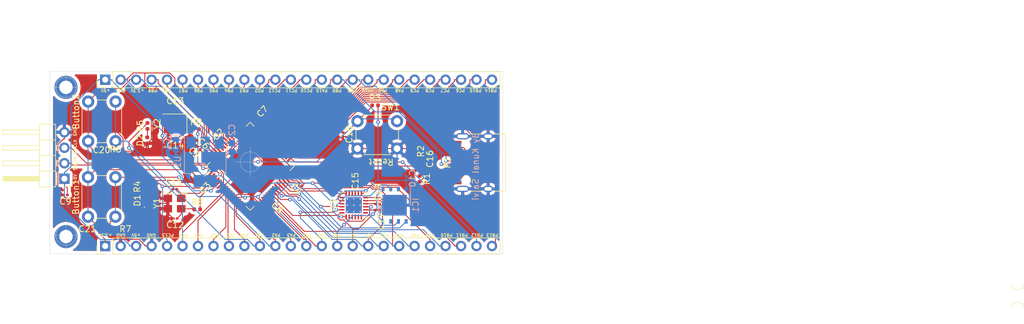
<source format=kicad_pcb>
(kicad_pcb (version 20171130) (host pcbnew "(5.1.5)-3")
  (layers (0 F.Cu signal) (31 B.Cu signal) (34 B.Paste user) (35 F.Paste user) (36 B.SilkS user) (37 F.SilkS user) (38 B.Mask user) (39 F.Mask user hide) (44 Edge.Cuts user))
  (net 0 "")
  (net 1 +5V)
  (net 2 GND)
  (net 3 +3V3)
  (net 4 /VBUS)
  (net 5 /OSC32_IN)
  (net 6 "Net-(C12-Pad1)")
  (net 7 /OSC8_IN)
  (net 8 "Net-(C14-Pad1)")
  (net 9 /NRST)
  (net 10 "Net-(C19-Pad2)")
  (net 11 /PA1)
  (net 12 "Net-(D1-Pad2)")
  (net 13 "Net-(D2-Pad2)")
  (net 14 /PA4)
  (net 15 /PA6)
  (net 16 "Net-(IC1-Pad3)")
  (net 17 /PA7)
  (net 18 /PA5)
  (net 19 "Net-(IC1-Pad7)")
  (net 20 /SWDIO)
  (net 21 /SWCLK)
  (net 22 /PC13)
  (net 23 /PC0)
  (net 24 /PC1)
  (net 25 /PC2)
  (net 26 /PC3)
  (net 27 /PA0)
  (net 28 /PA2)
  (net 29 /PA3)
  (net 30 /PC4)
  (net 31 /PC5)
  (net 32 /PB0)
  (net 33 /PB1)
  (net 34 /PB2)
  (net 35 /PB10)
  (net 36 /PB11)
  (net 37 /PB13)
  (net 38 /PB12)
  (net 39 /PB14)
  (net 40 /PB15)
  (net 41 /PC6)
  (net 42 /PC7)
  (net 43 /PC8)
  (net 44 /PC9)
  (net 45 /PA8)
  (net 46 /PA9)
  (net 47 /PA10)
  (net 48 /D-)
  (net 49 /D+)
  (net 50 /PA15)
  (net 51 /PC10)
  (net 52 /PC11)
  (net 53 /PC12)
  (net 54 /PD2)
  (net 55 /PB3)
  (net 56 /PB4)
  (net 57 /PB5)
  (net 58 /PB6)
  (net 59 /PB7)
  (net 60 /PB8)
  (net 61 /PB9)
  (net 62 /OSC32_OUT)
  (net 63 /OSC8_OUT)
  (net 64 "Net-(U3-Pad7)")
  (net 65 "Net-(U3-Pad21)")
  (net 66 "Net-(P1-PadA4)")
  (net 67 "Net-(P1-PadA5)")
  (net 68 "Net-(P1-PadB5)")
  (module ASSETS:mouse-bite-2mm-slot (layer F.Cu) (at 252.75 119.75 270)
    (fp_text reference mouse-bite-2mm-slot hide)
    (fp_text value VAL** hide)
    (pad "" np_thru_hole circle (at 0.75 0.75 270) (size 0.5 0.5) (drill 0.5) (layers *.Cu *.Mask))
    (pad "" np_thru_hole circle (at -0.75 0.75 270) (size 0.5 0.5) (drill 0.5) (layers *.Cu *.Mask))
    (pad "" np_thru_hole circle (at -0.75 -0.75 270) (size 0.5 0.5) (drill 0.5) (layers *.Cu *.Mask))
    (pad "" np_thru_hole circle (at 0.75 -0.75 270) (size 0.5 0.5) (drill 0.5) (layers *.Cu *.Mask))
    (pad "" np_thru_hole circle (at 0 0.75 270) (size 0.5 0.5) (drill 0.5) (layers *.Cu *.Mask))
    (pad "" np_thru_hole circle (at 0 -0.75 270) (size 0.5 0.5) (drill 0.5) (layers *.Cu *.Mask))
  )
  (module MountingHole:MountingHole_2.2mm_M2_DIN965_Pad (layer F.Cu) (at 96.5 85.5 90)
    (fp_text reference REF** hide)
    (fp_text value MountingHole_2.2mm_M2_DIN965_Pad)
    (pad 1 thru_hole circle (at 0 0 90) (size 3.8 3.8) (drill 2.2) (layers *.Cu *.Mask))
  )
  (module MountingHole:MountingHole_2.2mm_M2_DIN965_Pad (layer F.Cu) (at 96.5 110 90)
    (fp_text reference REF** hide)
    (fp_text value MountingHole_2.2mm_M2_DIN965_Pad)
    (pad 1 thru_hole circle (at 0 0 90) (size 3.8 3.8) (drill 2.2) (layers *.Cu *.Mask))
  )
  (module ASSETS:USB_C_Receptacle_HRO_TYPE-C-31-M-12 (layer F.Cu) (at 164.75 97.85 90)
    (fp_text reference P1 (at 0 -5.645 90) (layer F.SilkS))
    (fp_text value USB_C_Plug_USB2.0)
    (pad B1 smd rect (at 3.25 -4.045 90) (size 0.6 1.45) (layers F.Cu F.Paste F.Mask) (net 2 GND))
    (pad A9 smd rect (at 2.45 -4.045 90) (size 0.6 1.45) (layers F.Cu F.Paste F.Mask) (net 66 "Net-(P1-PadA4)"))
    (pad B9 smd rect (at -2.45 -4.045 90) (size 0.6 1.45) (layers F.Cu F.Paste F.Mask) (net 66 "Net-(P1-PadA4)"))
    (pad B12 smd rect (at -3.25 -4.045 90) (size 0.6 1.45) (layers F.Cu F.Paste F.Mask) (net 2 GND))
    (pad A1 smd rect (at -3.25 -4.045 90) (size 0.6 1.45) (layers F.Cu F.Paste F.Mask) (net 2 GND))
    (pad A4 smd rect (at -2.45 -4.045 90) (size 0.6 1.45) (layers F.Cu F.Paste F.Mask) (net 66 "Net-(P1-PadA4)"))
    (pad B4 smd rect (at 2.45 -4.045 90) (size 0.6 1.45) (layers F.Cu F.Paste F.Mask) (net 66 "Net-(P1-PadA4)"))
    (pad A12 smd rect (at 3.25 -4.045 90) (size 0.6 1.45) (layers F.Cu F.Paste F.Mask) (net 2 GND))
    (pad B8 smd rect (at -1.75 -4.045 90) (size 0.3 1.45) (layers F.Cu F.Paste F.Mask))
    (pad A5 smd rect (at -1.25 -4.045 90) (size 0.3 1.45) (layers F.Cu F.Paste F.Mask) (net 67 "Net-(P1-PadA5)"))
    (pad B7 smd rect (at -0.75 -4.045 90) (size 0.3 1.45) (layers F.Cu F.Paste F.Mask))
    (pad A7 smd rect (at 0.25 -4.045 90) (size 0.3 1.45) (layers F.Cu F.Paste F.Mask) (net 48 /D-))
    (pad B6 smd rect (at 0.75 -4.045 90) (size 0.3 1.45) (layers F.Cu F.Paste F.Mask))
    (pad A8 smd rect (at 1.25 -4.045 90) (size 0.3 1.45) (layers F.Cu F.Paste F.Mask))
    (pad B5 smd rect (at 1.75 -4.045 90) (size 0.3 1.45) (layers F.Cu F.Paste F.Mask) (net 68 "Net-(P1-PadB5)"))
    (pad A6 smd rect (at -0.25 -4.045 90) (size 0.3 1.45) (layers F.Cu F.Paste F.Mask) (net 49 /D+))
    (pad S1 thru_hole oval (at 4.32 -3.13 90) (size 1 2.1) (drill oval 0.6 1.7) (layers *.Cu *.Mask) (net 2 GND))
    (pad S1 thru_hole oval (at -4.32 -3.13 90) (size 1 2.1) (drill oval 0.6 1.7) (layers *.Cu *.Mask) (net 2 GND))
    (pad "" np_thru_hole circle (at -2.89 -2.6 90) (size 0.65 0.65) (drill 0.65) (layers *.Cu *.Mask))
    (pad S1 thru_hole oval (at -4.32 1.05 90) (size 1 1.6) (drill oval 0.6 1.2) (layers *.Cu *.Mask) (net 2 GND))
    (pad "" np_thru_hole circle (at 2.89 -2.6 90) (size 0.65 0.65) (drill 0.65) (layers *.Cu *.Mask))
    (pad S1 thru_hole oval (at 4.32 1.05 90) (size 1 1.6) (drill oval 0.6 1.2) (layers *.Cu *.Mask) (net 2 GND))
  )
  (module Button_Switch_THT:SW_PUSH_6mm_H5mm (layer F.Cu) (at 100.14 94.34 90)
    (fp_text reference Button2 (at 4.84 -2 90) (layer F.SilkS))
    (fp_text value SW_SPST)
    (pad 1 thru_hole circle (at 6.5 0 180) (size 2 2) (drill 1.1) (layers *.Cu *.Mask) (net 3 +3V3))
    (pad 2 thru_hole circle (at 6.5 4.5 180) (size 2 2) (drill 1.1) (layers *.Cu *.Mask) (net 11 /PA1))
    (pad 1 thru_hole circle (at 0 0 180) (size 2 2) (drill 1.1) (layers *.Cu *.Mask) (net 3 +3V3))
    (pad 2 thru_hole circle (at 0 4.5 180) (size 2 2) (drill 1.1) (layers *.Cu *.Mask) (net 11 /PA1))
  )
  (module Capacitor_Tantalum_SMD:CP_EIA-1608-08_AVX-J (layer B.Cu) (at 114.55 94.85 270)
    (fp_text reference C1 (at 0 1.48 90) (layer B.SilkS) (effects (justify mirror)))
    (fp_text value 3.3U)
    (pad 1 smd roundrect (at -0.7125 0 270) (size 1.075 1.05) (layers B.Cu B.Paste B.Mask) (roundrect_rratio 0.238095) (net 1 +5V))
    (pad 2 smd roundrect (at 0.7125 0 270) (size 1.075 1.05) (layers B.Cu B.Paste B.Mask) (roundrect_rratio 0.238095) (net 2 GND))
  )
  (module Capacitor_Tantalum_SMD:CP_EIA-1608-08_AVX-J (layer B.Cu) (at 123.75 95.4 270)
    (fp_text reference C2 (at -2.9 0 90) (layer B.SilkS) (effects (justify mirror)))
    (fp_text value 3.3U)
    (pad 2 smd roundrect (at 0.7125 0 270) (size 1.075 1.05) (layers B.Cu B.Paste B.Mask) (roundrect_rratio 0.238095) (net 2 GND))
    (pad 1 smd roundrect (at -0.7125 0 270) (size 1.075 1.05) (layers B.Cu B.Paste B.Mask) (roundrect_rratio 0.238095) (net 3 +3V3))
  )
  (module Capacitor_SMD:C_0201_0603Metric (layer F.Cu) (at 118.61 101.28 225)
    (fp_text reference C3 (at 0 -1.05 45) (layer F.SilkS))
    (fp_text value 100N)
    (pad 2 smd roundrect (at 0.32 0 225) (size 0.46 0.4) (layers F.Cu F.Mask) (net 2 GND))
    (pad 1 smd roundrect (at -0.32 0 225) (size 0.46 0.4) (layers F.Cu F.Mask) (net 3 +3V3))
  )
  (module Capacitor_SMD:C_0201_0603Metric (layer F.Cu) (at 135.036 101.426 135)
    (fp_text reference C4 (at 0 -1.05 135) (layer F.SilkS))
    (fp_text value 100N)
    (pad 2 smd roundrect (at 0.32 0 135) (size 0.46 0.4) (layers F.Cu F.Mask) (net 2 GND))
    (pad 1 smd roundrect (at -0.32 0 135) (size 0.46 0.4) (layers F.Cu F.Mask) (net 3 +3V3))
  )
  (module Capacitor_SMD:C_0201_0603Metric (layer F.Cu) (at 118.29 95.5 135)
    (fp_text reference C5 (at 0 -1.05 135) (layer F.SilkS))
    (fp_text value 100N)
    (pad 2 smd roundrect (at 0.32 0 135) (size 0.46 0.4) (layers F.Cu F.Mask) (net 2 GND))
    (pad 1 smd roundrect (at -0.32 0 135) (size 0.46 0.4) (layers F.Cu F.Mask) (net 3 +3V3))
  )
  (module Capacitor_SMD:C_0201_0603Metric (layer F.Cu) (at 119.81 94 135)
    (fp_text reference C6 (at 0 -1.05 135) (layer F.SilkS))
    (fp_text value 100N)
    (pad 1 smd roundrect (at -0.32 0 135) (size 0.46 0.4) (layers F.Cu F.Mask) (net 3 +3V3))
    (pad 2 smd roundrect (at 0.32 0 135) (size 0.46 0.4) (layers F.Cu F.Mask) (net 2 GND))
  )
  (module Capacitor_SMD:C_0201_0603Metric (layer F.Cu) (at 129.484 90.226 45)
    (fp_text reference C7 (at 0 -1.05 45) (layer F.SilkS))
    (fp_text value 100N)
    (pad 2 smd roundrect (at 0.32 0 45) (size 0.46 0.4) (layers F.Cu F.Mask) (net 2 GND))
    (pad 1 smd roundrect (at -0.32 0 45) (size 0.46 0.4) (layers F.Cu F.Mask) (net 4 /VBUS))
  )
  (module Capacitor_SMD:C_0201_0603Metric (layer F.Cu) (at 130.41 106 315)
    (fp_text reference C8 (at 0 -1.05 135) (layer F.SilkS))
    (fp_text value 100N)
    (pad 1 smd roundrect (at -0.32 0 315) (size 0.46 0.4) (layers F.Cu F.Mask) (net 3 +3V3))
    (pad 2 smd roundrect (at 0.32 0 315) (size 0.46 0.4) (layers F.Cu F.Mask) (net 2 GND))
  )
  (module Capacitor_SMD:C_0201_0603Metric (layer F.Cu) (at 96.41 103.18 180)
    (fp_text reference C9 (at 0 -1.05) (layer F.SilkS))
    (fp_text value 100N)
    (pad 2 smd roundrect (at 0.32 0 180) (size 0.46 0.4) (layers F.Cu F.Mask) (net 2 GND))
    (pad 1 smd roundrect (at -0.32 0 180) (size 0.46 0.4) (layers F.Cu F.Mask) (net 1 +5V))
  )
  (module Capacitor_SMD:C_0201_0603Metric (layer B.Cu) (at 152.35 100.45 90)
    (fp_text reference C10 (at 0 1.05 90) (layer B.SilkS) (effects (justify mirror)))
    (fp_text value 10N)
    (pad 1 smd roundrect (at -0.32 0 90) (size 0.46 0.4) (layers B.Cu B.Mask) (net 3 +3V3))
    (pad 2 smd roundrect (at 0.32 0 90) (size 0.46 0.4) (layers B.Cu B.Mask) (net 2 GND))
  )
  (module Capacitor_SMD:C_0201_0603Metric (layer F.Cu) (at 114.375 102.23 180)
    (fp_text reference C11 (at 0.155 1.2) (layer F.SilkS))
    (fp_text value 50P)
    (pad 1 smd roundrect (at -0.32 0 180) (size 0.46 0.4) (layers F.Cu F.Mask) (net 5 /OSC32_IN))
    (pad 2 smd roundrect (at 0.32 0 180) (size 0.46 0.4) (layers F.Cu F.Mask) (net 2 GND))
  )
  (module Capacitor_SMD:C_0201_0603Metric (layer F.Cu) (at 114.42 107.03 180)
    (fp_text reference C12 (at 0 -1.05) (layer F.SilkS))
    (fp_text value 50P)
    (pad 2 smd roundrect (at 0.32 0 180) (size 0.46 0.4) (layers F.Cu F.Mask) (net 2 GND))
    (pad 1 smd roundrect (at -0.32 0 180) (size 0.46 0.4) (layers F.Cu F.Mask) (net 6 "Net-(C12-Pad1)"))
  )
  (module Capacitor_SMD:C_0201_0603Metric (layer F.Cu) (at 114.44 88.98 180)
    (fp_text reference C13 (at 0 1.23) (layer F.SilkS))
    (fp_text value 50P)
    (pad 2 smd roundrect (at 0.32 0 180) (size 0.46 0.4) (layers F.Cu F.Mask) (net 2 GND))
    (pad 1 smd roundrect (at -0.32 0 180) (size 0.46 0.4) (layers F.Cu F.Mask) (net 7 /OSC8_IN))
  )
  (module Capacitor_SMD:C_0201_0603Metric (layer F.Cu) (at 114.46 93.98 180)
    (fp_text reference C14 (at 0 -1.05) (layer F.SilkS))
    (fp_text value 50P)
    (pad 1 smd roundrect (at -0.32 0 180) (size 0.46 0.4) (layers F.Cu F.Mask) (net 8 "Net-(C14-Pad1)"))
    (pad 2 smd roundrect (at 0.32 0 180) (size 0.46 0.4) (layers F.Cu F.Mask) (net 2 GND))
  )
  (module Capacitor_SMD:C_0201_0603Metric (layer F.Cu) (at 145.05 100.905 90)
    (fp_text reference C15 (at 0 -1.05 90) (layer F.SilkS))
    (fp_text value 10N)
    (pad 1 smd roundrect (at -0.32 0 90) (size 0.46 0.4) (layers F.Cu F.Mask) (net 3 +3V3))
    (pad 2 smd roundrect (at 0.32 0 90) (size 0.46 0.4) (layers F.Cu F.Mask) (net 2 GND))
  )
  (module Capacitor_SMD:C_0201_0603Metric (layer F.Cu) (at 156.25 99.25)
    (fp_text reference C16 (at 0 -2 -90) (layer F.SilkS))
    (fp_text value 10N)
    (pad 1 smd roundrect (at -0.32 0) (size 0.46 0.4) (layers F.Cu F.Mask) (net 4 /VBUS))
    (pad 2 smd roundrect (at 0.32 0) (size 0.46 0.4) (layers F.Cu F.Mask) (net 2 GND))
  )
  (module Capacitor_SMD:C_0201_0603Metric (layer F.Cu) (at 147.57 105.65)
    (fp_text reference C17 (at 0.68 1.85 -90) (layer F.SilkS))
    (fp_text value 0.1U)
    (pad 1 smd roundrect (at -0.32 0) (size 0.46 0.4) (layers F.Cu F.Mask) (net 3 +3V3))
    (pad 2 smd roundrect (at 0.32 0) (size 0.46 0.4) (layers F.Cu F.Mask) (net 2 GND))
  )
  (module Capacitor_SMD:C_0201_0603Metric (layer F.Cu) (at 141.95 93.25 270)
    (fp_text reference C18 (at 0 -1.05 90) (layer F.SilkS))
    (fp_text value 10N)
    (pad 1 smd roundrect (at -0.32 0 270) (size 0.46 0.4) (layers F.Cu F.Mask) (net 9 /NRST))
    (pad 2 smd roundrect (at 0.32 0 270) (size 0.46 0.4) (layers F.Cu F.Mask) (net 2 GND))
  )
  (module Capacitor_SMD:C_0201_0603Metric (layer F.Cu) (at 147.65 104.65 180)
    (fp_text reference C19 (at -0.1 1.9 270) (layer F.SilkS))
    (fp_text value 0.1U)
    (pad 2 smd roundrect (at 0.32 0 180) (size 0.46 0.4) (layers F.Cu F.Mask) (net 10 "Net-(C19-Pad2)"))
    (pad 1 smd roundrect (at -0.32 0 180) (size 0.46 0.4) (layers F.Cu F.Mask) (net 2 GND))
  )
  (module Capacitor_SMD:C_0201_0603Metric (layer F.Cu) (at 102.34 96.84)
    (fp_text reference C20 (at 0 -1.05) (layer F.SilkS))
    (fp_text value 10N)
    (pad 1 smd roundrect (at -0.32 0) (size 0.46 0.4) (layers F.Cu F.Mask) (net 3 +3V3))
    (pad 2 smd roundrect (at 0.32 0) (size 0.46 0.4) (layers F.Cu F.Mask) (net 11 /PA1))
  )
  (module Capacitor_SMD:C_0201_0603Metric (layer F.Cu) (at 102.2 108.92)
    (fp_text reference C21 (at -2.2 -0.17) (layer F.SilkS))
    (fp_text value 10N)
    (pad 2 smd roundrect (at 0.32 0) (size 0.46 0.4) (layers F.Cu F.Mask) (net 28 /PA2))
    (pad 1 smd roundrect (at -0.32 0) (size 0.46 0.4) (layers F.Cu F.Mask) (net 3 +3V3))
  )
  (module LED_SMD:LED_0402_1005Metric (layer F.Cu) (at 109.37 104.075 90)
    (fp_text reference D1 (at 0 -1.17 90) (layer F.SilkS))
    (fp_text value LED)
    (pad 2 smd roundrect (at 0.485 0 90) (size 0.59 0.64) (layers F.Cu F.Paste F.Mask) (net 12 "Net-(D1-Pad2)"))
    (pad 1 smd roundrect (at -0.485 0 90) (size 0.59 0.64) (layers F.Cu F.Paste F.Mask) (net 2 GND))
  )
  (module LED_SMD:LED_0402_1005Metric (layer F.Cu) (at 109.833 94.205 90)
    (fp_text reference D2 (at 0 -1.17 90) (layer F.SilkS))
    (fp_text value LED)
    (pad 1 smd roundrect (at -0.485 0 90) (size 0.59 0.64) (layers F.Cu F.Paste F.Mask) (net 2 GND))
    (pad 2 smd roundrect (at 0.485 0 90) (size 0.59 0.64) (layers F.Cu F.Paste F.Mask) (net 13 "Net-(D2-Pad2)"))
  )
  (module Package_SON:WSON-8-1EP_6x5mm_P1.27mm_EP3.4x4mm (layer B.Cu) (at 150.45 104.85 90)
    (fp_text reference IC1 (at 0 3.45 -90) (layer B.SilkS) (effects (justify mirror)))
    (fp_text value W25Q128JVPIQ)
    (pad 1 smd roundrect (at -2.6625 1.905 90) (size 0.775 0.5) (layers B.Cu B.Paste B.Mask) (net 14 /PA4))
    (pad 2 smd roundrect (at -2.6625 0.635 90) (size 0.775 0.5) (layers B.Cu B.Paste B.Mask) (net 15 /PA6))
    (pad 3 smd roundrect (at -2.6625 -0.635 90) (size 0.775 0.5) (layers B.Cu B.Paste B.Mask) (net 16 "Net-(IC1-Pad3)"))
    (pad 4 smd roundrect (at -2.6625 -1.905 90) (size 0.775 0.5) (layers B.Cu B.Paste B.Mask) (net 2 GND))
    (pad 5 smd roundrect (at 2.6625 -1.905 90) (size 0.775 0.5) (layers B.Cu B.Paste B.Mask) (net 17 /PA7))
    (pad 6 smd roundrect (at 2.6625 -0.635 90) (size 0.775 0.5) (layers B.Cu B.Paste B.Mask) (net 18 /PA5))
    (pad 7 smd roundrect (at 2.6625 0.635 90) (size 0.775 0.5) (layers B.Cu B.Paste B.Mask) (net 19 "Net-(IC1-Pad7)"))
    (pad 8 smd roundrect (at 2.6625 1.905 90) (size 0.775 0.5) (layers B.Cu B.Paste B.Mask) (net 3 +3V3))
    (pad 9 smd rect (at 0 0 90) (size 3.4 4) (layers B.Cu B.Mask) (net 2 GND))
  )
  (module Connector_PinHeader_2.54mm:PinHeader_1x04_P2.54mm_Horizontal (layer F.Cu) (at 96.24 100.5 180)
    (fp_text reference J1 hide)
    (fp_text value Conn_01x04)
    (pad 1 thru_hole rect (at 0 0 180) (size 1.7 1.7) (drill 1) (layers *.Cu *.Mask) (net 1 +5V))
    (pad 2 thru_hole oval (at 0 2.54 180) (size 1.7 1.7) (drill 1) (layers *.Cu *.Mask) (net 20 /SWDIO))
    (pad 3 thru_hole oval (at 0 5.08 180) (size 1.7 1.7) (drill 1) (layers *.Cu *.Mask) (net 21 /SWCLK))
    (pad 4 thru_hole oval (at 0 7.62 180) (size 1.7 1.7) (drill 1) (layers *.Cu *.Mask) (net 2 GND))
  )
  (module Connector_PinHeader_2.54mm:PinHeader_1x26_P2.54mm_Vertical (layer F.Cu) (at 102.936 111.55 90)
    (fp_text reference J2 hide)
    (fp_text value Conn_01x26)
    (pad 1 thru_hole rect (at 0 0 90) (size 1.7 1.7) (drill 1) (layers *.Cu *.Mask) (net 3 +3V3))
    (pad 2 thru_hole oval (at 0 2.54 90) (size 1.7 1.7) (drill 1) (layers *.Cu *.Mask) (net 2 GND))
    (pad 3 thru_hole oval (at 0 5.08 90) (size 1.7 1.7) (drill 1) (layers *.Cu *.Mask) (net 1 +5V))
    (pad 4 thru_hole oval (at 0 7.62 90) (size 1.7 1.7) (drill 1) (layers *.Cu *.Mask) (net 2 GND))
    (pad 5 thru_hole oval (at 0 10.16 90) (size 1.7 1.7) (drill 1) (layers *.Cu *.Mask) (net 22 /PC13))
    (pad 6 thru_hole oval (at 0 12.7 90) (size 1.7 1.7) (drill 1) (layers *.Cu *.Mask) (net 23 /PC0))
    (pad 7 thru_hole oval (at 0 15.24 90) (size 1.7 1.7) (drill 1) (layers *.Cu *.Mask) (net 24 /PC1))
    (pad 8 thru_hole oval (at 0 17.78 90) (size 1.7 1.7) (drill 1) (layers *.Cu *.Mask) (net 25 /PC2))
    (pad 9 thru_hole oval (at 0 20.32 90) (size 1.7 1.7) (drill 1) (layers *.Cu *.Mask) (net 26 /PC3))
    (pad 10 thru_hole oval (at 0 22.86 90) (size 1.7 1.7) (drill 1) (layers *.Cu *.Mask) (net 27 /PA0))
    (pad 11 thru_hole oval (at 0 25.4 90) (size 1.7 1.7) (drill 1) (layers *.Cu *.Mask) (net 11 /PA1))
    (pad 12 thru_hole oval (at 0 27.94 90) (size 1.7 1.7) (drill 1) (layers *.Cu *.Mask) (net 28 /PA2))
    (pad 13 thru_hole oval (at 0 30.48 90) (size 1.7 1.7) (drill 1) (layers *.Cu *.Mask) (net 29 /PA3))
    (pad 14 thru_hole oval (at 0 33.02 90) (size 1.7 1.7) (drill 1) (layers *.Cu *.Mask) (net 14 /PA4))
    (pad 15 thru_hole oval (at 0 35.56 90) (size 1.7 1.7) (drill 1) (layers *.Cu *.Mask) (net 18 /PA5))
    (pad 16 thru_hole oval (at 0 38.1 90) (size 1.7 1.7) (drill 1) (layers *.Cu *.Mask) (net 15 /PA6))
    (pad 17 thru_hole oval (at 0 40.64 90) (size 1.7 1.7) (drill 1) (layers *.Cu *.Mask) (net 17 /PA7))
    (pad 18 thru_hole oval (at 0 43.18 90) (size 1.7 1.7) (drill 1) (layers *.Cu *.Mask) (net 30 /PC4))
    (pad 19 thru_hole oval (at 0 45.72 90) (size 1.7 1.7) (drill 1) (layers *.Cu *.Mask) (net 31 /PC5))
    (pad 20 thru_hole oval (at 0 48.26 90) (size 1.7 1.7) (drill 1) (layers *.Cu *.Mask) (net 32 /PB0))
    (pad 21 thru_hole oval (at 0 50.8 90) (size 1.7 1.7) (drill 1) (layers *.Cu *.Mask) (net 33 /PB1))
    (pad 22 thru_hole oval (at 0 53.34 90) (size 1.7 1.7) (drill 1) (layers *.Cu *.Mask) (net 34 /PB2))
    (pad 23 thru_hole oval (at 0 55.88 90) (size 1.7 1.7) (drill 1) (layers *.Cu *.Mask) (net 35 /PB10))
    (pad 24 thru_hole oval (at 0 58.42 90) (size 1.7 1.7) (drill 1) (layers *.Cu *.Mask) (net 36 /PB11))
    (pad 25 thru_hole oval (at 0 60.96 90) (size 1.7 1.7) (drill 1) (layers *.Cu *.Mask) (net 38 /PB12))
    (pad 26 thru_hole oval (at 0 63.5 90) (size 1.7 1.7) (drill 1) (layers *.Cu *.Mask) (net 37 /PB13))
  )
  (module Connector_PinHeader_2.54mm:PinHeader_1x26_P2.54mm_Vertical (layer F.Cu) (at 102.936 84.243 90)
    (fp_text reference J3 hide)
    (fp_text value Conn_01x26)
    (pad 26 thru_hole oval (at 0 63.5 90) (size 1.7 1.7) (drill 1) (layers *.Cu *.Mask) (net 39 /PB14))
    (pad 25 thru_hole oval (at 0 60.96 90) (size 1.7 1.7) (drill 1) (layers *.Cu *.Mask) (net 40 /PB15))
    (pad 24 thru_hole oval (at 0 58.42 90) (size 1.7 1.7) (drill 1) (layers *.Cu *.Mask) (net 41 /PC6))
    (pad 23 thru_hole oval (at 0 55.88 90) (size 1.7 1.7) (drill 1) (layers *.Cu *.Mask) (net 42 /PC7))
    (pad 22 thru_hole oval (at 0 53.34 90) (size 1.7 1.7) (drill 1) (layers *.Cu *.Mask) (net 43 /PC8))
    (pad 21 thru_hole oval (at 0 50.8 90) (size 1.7 1.7) (drill 1) (layers *.Cu *.Mask) (net 44 /PC9))
    (pad 20 thru_hole oval (at 0 48.26 90) (size 1.7 1.7) (drill 1) (layers *.Cu *.Mask) (net 45 /PA8))
    (pad 19 thru_hole oval (at 0 45.72 90) (size 1.7 1.7) (drill 1) (layers *.Cu *.Mask) (net 46 /PA9))
    (pad 18 thru_hole oval (at 0 43.18 90) (size 1.7 1.7) (drill 1) (layers *.Cu *.Mask) (net 47 /PA10))
    (pad 17 thru_hole oval (at 0 40.64 90) (size 1.7 1.7) (drill 1) (layers *.Cu *.Mask) (net 48 /D-))
    (pad 16 thru_hole oval (at 0 38.1 90) (size 1.7 1.7) (drill 1) (layers *.Cu *.Mask) (net 49 /D+))
    (pad 15 thru_hole oval (at 0 35.56 90) (size 1.7 1.7) (drill 1) (layers *.Cu *.Mask) (net 50 /PA15))
    (pad 14 thru_hole oval (at 0 33.02 90) (size 1.7 1.7) (drill 1) (layers *.Cu *.Mask) (net 51 /PC10))
    (pad 13 thru_hole oval (at 0 30.48 90) (size 1.7 1.7) (drill 1) (layers *.Cu *.Mask) (net 52 /PC11))
    (pad 12 thru_hole oval (at 0 27.94 90) (size 1.7 1.7) (drill 1) (layers *.Cu *.Mask) (net 53 /PC12))
    (pad 11 thru_hole oval (at 0 25.4 90) (size 1.7 1.7) (drill 1) (layers *.Cu *.Mask) (net 54 /PD2))
    (pad 10 thru_hole oval (at 0 22.86 90) (size 1.7 1.7) (drill 1) (layers *.Cu *.Mask) (net 55 /PB3))
    (pad 9 thru_hole oval (at 0 20.32 90) (size 1.7 1.7) (drill 1) (layers *.Cu *.Mask) (net 56 /PB4))
    (pad 8 thru_hole oval (at 0 17.78 90) (size 1.7 1.7) (drill 1) (layers *.Cu *.Mask) (net 57 /PB5))
    (pad 7 thru_hole oval (at 0 15.24 90) (size 1.7 1.7) (drill 1) (layers *.Cu *.Mask) (net 58 /PB6))
    (pad 6 thru_hole oval (at 0 12.7 90) (size 1.7 1.7) (drill 1) (layers *.Cu *.Mask) (net 59 /PB7))
    (pad 5 thru_hole oval (at 0 10.16 90) (size 1.7 1.7) (drill 1) (layers *.Cu *.Mask) (net 60 /PB8))
    (pad 4 thru_hole oval (at 0 7.62 90) (size 1.7 1.7) (drill 1) (layers *.Cu *.Mask) (net 61 /PB9))
    (pad 3 thru_hole oval (at 0 5.08 90) (size 1.7 1.7) (drill 1) (layers *.Cu *.Mask) (net 3 +3V3))
    (pad 2 thru_hole oval (at 0 2.54 90) (size 1.7 1.7) (drill 1) (layers *.Cu *.Mask) (net 2 GND))
    (pad 1 thru_hole rect (at 0 0 90) (size 1.7 1.7) (drill 1) (layers *.Cu *.Mask) (net 1 +5V))
  )
  (module Resistor_SMD:R_0402_1005Metric (layer F.Cu) (at 154.55 100.535 270)
    (fp_text reference R1 (at 0 -1.17 90) (layer F.SilkS))
    (fp_text value 1.1K)
    (pad 2 smd roundrect (at 0.485 0 270) (size 0.59 0.64) (layers F.Cu F.Paste F.Mask) (net 66 "Net-(P1-PadA4)"))
    (pad 1 smd roundrect (at -0.485 0 270) (size 0.59 0.64) (layers F.Cu F.Paste F.Mask) (net 4 /VBUS))
  )
  (module Resistor_SMD:R_0402_1005Metric (layer F.Cu) (at 154.55 97.95 270)
    (fp_text reference R2 (at -1.95 -0.2 90) (layer F.SilkS))
    (fp_text value 2K)
    (pad 1 smd roundrect (at -0.485 0 270) (size 0.59 0.64) (layers F.Cu F.Paste F.Mask) (net 2 GND))
    (pad 2 smd roundrect (at 0.485 0 270) (size 0.59 0.64) (layers F.Cu F.Paste F.Mask) (net 4 /VBUS))
  )
  (module Resistor_SMD:R_0402_1005Metric (layer F.Cu) (at 147.25 88.45 180)
    (fp_text reference R3 (at 0 1.2) (layer F.SilkS))
    (fp_text value 4.7K)
    (pad 1 smd roundrect (at -0.485 0 180) (size 0.59 0.64) (layers F.Cu F.Paste F.Mask) (net 3 +3V3))
    (pad 2 smd roundrect (at 0.485 0 180) (size 0.59 0.64) (layers F.Cu F.Paste F.Mask) (net 9 /NRST))
  )
  (module Resistor_SMD:R_0402_1005Metric (layer F.Cu) (at 109.37 101.805 90)
    (fp_text reference R4 (at 0 -1.17 90) (layer F.SilkS))
    (fp_text value 4.7K)
    (pad 2 smd roundrect (at 0.485 0 90) (size 0.59 0.64) (layers F.Cu F.Paste F.Mask) (net 22 /PC13))
    (pad 1 smd roundrect (at -0.485 0 90) (size 0.59 0.64) (layers F.Cu F.Paste F.Mask) (net 12 "Net-(D1-Pad2)"))
  )
  (module Resistor_SMD:R_0402_1005Metric (layer F.Cu) (at 109.88 91.835 90)
    (fp_text reference R5 (at 0 -1.17 90) (layer F.SilkS))
    (fp_text value 4.7K)
    (pad 1 smd roundrect (at -0.485 0 90) (size 0.59 0.64) (layers F.Cu F.Paste F.Mask) (net 13 "Net-(D2-Pad2)"))
    (pad 2 smd roundrect (at 0.485 0 90) (size 0.59 0.64) (layers F.Cu F.Paste F.Mask) (net 23 /PC0))
  )
  (module Resistor_SMD:R_0402_1005Metric (layer F.Cu) (at 104.64 96.84)
    (fp_text reference R6 (at 0 -1.17) (layer F.SilkS))
    (fp_text value 4.7K)
    (pad 1 smd roundrect (at -0.485 0) (size 0.59 0.64) (layers F.Cu F.Paste F.Mask) (net 11 /PA1))
    (pad 2 smd roundrect (at 0.485 0) (size 0.59 0.64) (layers F.Cu F.Paste F.Mask) (net 2 GND))
  )
  (module Resistor_SMD:R_0402_1005Metric (layer F.Cu) (at 104.235 108.92)
    (fp_text reference R7 (at 2.015 -0.17) (layer F.SilkS))
    (fp_text value 4.7K)
    (pad 2 smd roundrect (at 0.485 0) (size 0.59 0.64) (layers F.Cu F.Paste F.Mask) (net 2 GND))
    (pad 1 smd roundrect (at -0.485 0) (size 0.59 0.64) (layers F.Cu F.Paste F.Mask) (net 28 /PA2))
  )
  (module Resistor_SMD:R_0402_1005Metric (layer F.Cu) (at 118.035 105.53)
    (fp_text reference R8 (at 0 -1.17) (layer F.SilkS))
    (fp_text value 1M)
    (pad 2 smd roundrect (at 0.485 0) (size 0.59 0.64) (layers F.Cu F.Paste F.Mask) (net 62 /OSC32_OUT))
    (pad 1 smd roundrect (at -0.485 0) (size 0.59 0.64) (layers F.Cu F.Paste F.Mask) (net 6 "Net-(C12-Pad1)"))
  )
  (module Resistor_SMD:R_0402_1005Metric (layer F.Cu) (at 117.86 92.38)
    (fp_text reference R9 (at 0 -1.17) (layer F.SilkS))
    (fp_text value 1M)
    (pad 1 smd roundrect (at -0.485 0) (size 0.59 0.64) (layers F.Cu F.Paste F.Mask) (net 8 "Net-(C14-Pad1)"))
    (pad 2 smd roundrect (at 0.485 0) (size 0.59 0.64) (layers F.Cu F.Paste F.Mask) (net 63 /OSC8_OUT))
  )
  (module Button_Switch_THT:SW_PUSH_6mm_H5mm (layer F.Cu) (at 144.35 91.05)
    (fp_text reference SW1 (at 5.4 -2.3) (layer F.SilkS))
    (fp_text value SW_SPST)
    (pad 2 thru_hole circle (at 0 4.5 90) (size 2 2) (drill 1.1) (layers *.Cu *.Mask) (net 2 GND))
    (pad 1 thru_hole circle (at 0 0 90) (size 2 2) (drill 1.1) (layers *.Cu *.Mask) (net 9 /NRST))
    (pad 2 thru_hole circle (at 6.5 4.5 90) (size 2 2) (drill 1.1) (layers *.Cu *.Mask) (net 2 GND))
    (pad 1 thru_hole circle (at 6.5 0 90) (size 2 2) (drill 1.1) (layers *.Cu *.Mask) (net 9 /NRST))
  )
  (module Button_Switch_THT:SW_PUSH_6mm_H5mm (layer F.Cu) (at 100.113 106.746 90)
    (fp_text reference Button1 (at 3.25 -2 90) (layer F.SilkS))
    (fp_text value SW_SPST)
    (pad 2 thru_hole circle (at 0 4.5 180) (size 2 2) (drill 1.1) (layers *.Cu *.Mask) (net 28 /PA2))
    (pad 1 thru_hole circle (at 0 0 180) (size 2 2) (drill 1.1) (layers *.Cu *.Mask) (net 3 +3V3))
    (pad 2 thru_hole circle (at 6.5 4.5 180) (size 2 2) (drill 1.1) (layers *.Cu *.Mask) (net 28 /PA2))
    (pad 1 thru_hole circle (at 6.5 0 180) (size 2 2) (drill 1.1) (layers *.Cu *.Mask) (net 3 +3V3))
  )
  (module Package_TO_SOT_SMD:SOT-223-3_TabPin2 (layer B.Cu) (at 119.35 97.75 270)
    (fp_text reference U1 (at 0 4.5 90) (layer B.SilkS) (effects (justify mirror)))
    (fp_text value LT1129-3.3_SOT223)
    (pad 2 smd rect (at 3.15 0 270) (size 2 3.8) (layers B.Cu B.Paste B.Mask) (net 2 GND))
    (pad 2 smd rect (at -3.15 0 270) (size 2 1.5) (layers B.Cu B.Paste B.Mask) (net 2 GND))
    (pad 3 smd rect (at -3.15 -2.3 270) (size 2 1.5) (layers B.Cu B.Paste B.Mask) (net 3 +3V3))
    (pad 1 smd rect (at -3.15 2.3 270) (size 2 1.5) (layers B.Cu B.Paste B.Mask) (net 1 +5V))
  )
  (module Package_QFP:LQFP-64_10x10mm_P0.5mm (layer F.Cu) (at 126.73 98.463 45)
    (fp_text reference U2 (at 0 -7.4 45) (layer F.SilkS))
    (fp_text value STM32L476RCTx)
    (pad 1 smd roundrect (at -5.675 -3.75 45) (size 1.55 0.3) (layers F.Cu F.Paste F.Mask) (net 3 +3V3))
    (pad 2 smd roundrect (at -5.675 -3.25 45) (size 1.55 0.3) (layers F.Cu F.Paste F.Mask) (net 22 /PC13))
    (pad 3 smd roundrect (at -5.675 -2.75 45) (size 1.55 0.3) (layers F.Cu F.Paste F.Mask) (net 5 /OSC32_IN))
    (pad 4 smd roundrect (at -5.675 -2.25 45) (size 1.55 0.3) (layers F.Cu F.Paste F.Mask) (net 62 /OSC32_OUT))
    (pad 5 smd roundrect (at -5.675 -1.75 45) (size 1.55 0.3) (layers F.Cu F.Paste F.Mask) (net 7 /OSC8_IN))
    (pad 6 smd roundrect (at -5.675 -1.25 45) (size 1.55 0.3) (layers F.Cu F.Paste F.Mask) (net 63 /OSC8_OUT))
    (pad 7 smd roundrect (at -5.675 -0.75 45) (size 1.55 0.3) (layers F.Cu F.Paste F.Mask) (net 9 /NRST))
    (pad 8 smd roundrect (at -5.675 -0.25 45) (size 1.55 0.3) (layers F.Cu F.Paste F.Mask) (net 23 /PC0))
    (pad 9 smd roundrect (at -5.675 0.25 45) (size 1.55 0.3) (layers F.Cu F.Paste F.Mask) (net 24 /PC1))
    (pad 10 smd roundrect (at -5.675 0.75 45) (size 1.55 0.3) (layers F.Cu F.Paste F.Mask) (net 25 /PC2))
    (pad 11 smd roundrect (at -5.675 1.25 45) (size 1.55 0.3) (layers F.Cu F.Paste F.Mask) (net 26 /PC3))
    (pad 12 smd roundrect (at -5.675 1.75 45) (size 1.55 0.3) (layers F.Cu F.Paste F.Mask) (net 2 GND))
    (pad 13 smd roundrect (at -5.675 2.25 45) (size 1.55 0.3) (layers F.Cu F.Paste F.Mask) (net 3 +3V3))
    (pad 14 smd roundrect (at -5.675 2.75 45) (size 1.55 0.3) (layers F.Cu F.Paste F.Mask) (net 27 /PA0))
    (pad 15 smd roundrect (at -5.675 3.25 45) (size 1.55 0.3) (layers F.Cu F.Paste F.Mask) (net 11 /PA1))
    (pad 16 smd roundrect (at -5.675 3.75 45) (size 1.55 0.3) (layers F.Cu F.Paste F.Mask) (net 28 /PA2))
    (pad 17 smd roundrect (at -3.75 5.675 45) (size 0.3 1.55) (layers F.Cu F.Paste F.Mask) (net 29 /PA3))
    (pad 18 smd roundrect (at -3.25 5.675 45) (size 0.3 1.55) (layers F.Cu F.Paste F.Mask) (net 2 GND))
    (pad 19 smd roundrect (at -2.75 5.675 45) (size 0.3 1.55) (layers F.Cu F.Paste F.Mask) (net 3 +3V3))
    (pad 20 smd roundrect (at -2.25 5.675 45) (size 0.3 1.55) (layers F.Cu F.Paste F.Mask) (net 14 /PA4))
    (pad 21 smd roundrect (at -1.75 5.675 45) (size 0.3 1.55) (layers F.Cu F.Paste F.Mask) (net 18 /PA5))
    (pad 22 smd roundrect (at -1.25 5.675 45) (size 0.3 1.55) (layers F.Cu F.Paste F.Mask) (net 15 /PA6))
    (pad 23 smd roundrect (at -0.75 5.675 45) (size 0.3 1.55) (layers F.Cu F.Paste F.Mask) (net 17 /PA7))
    (pad 24 smd roundrect (at -0.25 5.675 45) (size 0.3 1.55) (layers F.Cu F.Paste F.Mask) (net 30 /PC4))
    (pad 25 smd roundrect (at 0.25 5.675 45) (size 0.3 1.55) (layers F.Cu F.Paste F.Mask) (net 31 /PC5))
    (pad 26 smd roundrect (at 0.75 5.675 45) (size 0.3 1.55) (layers F.Cu F.Paste F.Mask) (net 32 /PB0))
    (pad 27 smd roundrect (at 1.25 5.675 45) (size 0.3 1.55) (layers F.Cu F.Paste F.Mask) (net 33 /PB1))
    (pad 28 smd roundrect (at 1.75 5.675 45) (size 0.3 1.55) (layers F.Cu F.Paste F.Mask) (net 34 /PB2))
    (pad 29 smd roundrect (at 2.25 5.675 45) (size 0.3 1.55) (layers F.Cu F.Paste F.Mask) (net 35 /PB10))
    (pad 30 smd roundrect (at 2.75 5.675 45) (size 0.3 1.55) (layers F.Cu F.Paste F.Mask) (net 36 /PB11))
    (pad 31 smd roundrect (at 3.25 5.675 45) (size 0.3 1.55) (layers F.Cu F.Paste F.Mask) (net 2 GND))
    (pad 32 smd roundrect (at 3.75 5.675 45) (size 0.3 1.55) (layers F.Cu F.Paste F.Mask) (net 3 +3V3))
    (pad 33 smd roundrect (at 5.675 3.75 45) (size 1.55 0.3) (layers F.Cu F.Paste F.Mask) (net 38 /PB12))
    (pad 34 smd roundrect (at 5.675 3.25 45) (size 1.55 0.3) (layers F.Cu F.Paste F.Mask) (net 37 /PB13))
    (pad 35 smd roundrect (at 5.675 2.75 45) (size 1.55 0.3) (layers F.Cu F.Paste F.Mask) (net 39 /PB14))
    (pad 36 smd roundrect (at 5.675 2.25 45) (size 1.55 0.3) (layers F.Cu F.Paste F.Mask) (net 40 /PB15))
    (pad 37 smd roundrect (at 5.675 1.75 45) (size 1.55 0.3) (layers F.Cu F.Paste F.Mask) (net 41 /PC6))
    (pad 38 smd roundrect (at 5.675 1.25 45) (size 1.55 0.3) (layers F.Cu F.Paste F.Mask) (net 42 /PC7))
    (pad 39 smd roundrect (at 5.675 0.75 45) (size 1.55 0.3) (layers F.Cu F.Paste F.Mask) (net 43 /PC8))
    (pad 40 smd roundrect (at 5.675 0.25 45) (size 1.55 0.3) (layers F.Cu F.Paste F.Mask) (net 44 /PC9))
    (pad 41 smd roundrect (at 5.675 -0.25 45) (size 1.55 0.3) (layers F.Cu F.Paste F.Mask) (net 45 /PA8))
    (pad 42 smd roundrect (at 5.675 -0.75 45) (size 1.55 0.3) (layers F.Cu F.Paste F.Mask) (net 46 /PA9))
    (pad 43 smd roundrect (at 5.675 -1.25 45) (size 1.55 0.3) (layers F.Cu F.Paste F.Mask) (net 47 /PA10))
    (pad 44 smd roundrect (at 5.675 -1.75 45) (size 1.55 0.3) (layers F.Cu F.Paste F.Mask) (net 48 /D-))
    (pad 45 smd roundrect (at 5.675 -2.25 45) (size 1.55 0.3) (layers F.Cu F.Paste F.Mask) (net 49 /D+))
    (pad 46 smd roundrect (at 5.675 -2.75 45) (size 1.55 0.3) (layers F.Cu F.Paste F.Mask) (net 20 /SWDIO))
    (pad 47 smd roundrect (at 5.675 -3.25 45) (size 1.55 0.3) (layers F.Cu F.Paste F.Mask) (net 2 GND))
    (pad 48 smd roundrect (at 5.675 -3.75 45) (size 1.55 0.3) (layers F.Cu F.Paste F.Mask) (net 4 /VBUS))
    (pad 49 smd roundrect (at 3.75 -5.675 45) (size 0.3 1.55) (layers F.Cu F.Paste F.Mask) (net 21 /SWCLK))
    (pad 50 smd roundrect (at 3.25 -5.675 45) (size 0.3 1.55) (layers F.Cu F.Paste F.Mask) (net 50 /PA15))
    (pad 51 smd roundrect (at 2.75 -5.675 45) (size 0.3 1.55) (layers F.Cu F.Paste F.Mask) (net 51 /PC10))
    (pad 52 smd roundrect (at 2.25 -5.675 45) (size 0.3 1.55) (layers F.Cu F.Paste F.Mask) (net 52 /PC11))
    (pad 53 smd roundrect (at 1.75 -5.675 45) (size 0.3 1.55) (layers F.Cu F.Paste F.Mask) (net 53 /PC12))
    (pad 54 smd roundrect (at 1.25 -5.675 45) (size 0.3 1.55) (layers F.Cu F.Paste F.Mask) (net 54 /PD2))
    (pad 55 smd roundrect (at 0.75 -5.675 45) (size 0.3 1.55) (layers F.Cu F.Paste F.Mask) (net 55 /PB3))
    (pad 56 smd roundrect (at 0.25 -5.675 45) (size 0.3 1.55) (layers F.Cu F.Paste F.Mask) (net 56 /PB4))
    (pad 57 smd roundrect (at -0.25 -5.675 45) (size 0.3 1.55) (layers F.Cu F.Paste F.Mask) (net 57 /PB5))
    (pad 58 smd roundrect (at -0.75 -5.675 45) (size 0.3 1.55) (layers F.Cu F.Paste F.Mask) (net 58 /PB6))
    (pad 59 smd roundrect (at -1.25 -5.675 45) (size 0.3 1.55) (layers F.Cu F.Paste F.Mask) (net 59 /PB7))
    (pad 60 smd roundrect (at -1.75 -5.675 45) (size 0.3 1.55) (layers F.Cu F.Paste F.Mask) (net 3 +3V3))
    (pad 61 smd roundrect (at -2.25 -5.675 45) (size 0.3 1.55) (layers F.Cu F.Paste F.Mask) (net 60 /PB8))
    (pad 62 smd roundrect (at -2.75 -5.675 45) (size 0.3 1.55) (layers F.Cu F.Paste F.Mask) (net 61 /PB9))
    (pad 63 smd roundrect (at -3.25 -5.675 45) (size 0.3 1.55) (layers F.Cu F.Paste F.Mask) (net 2 GND))
    (pad 64 smd roundrect (at -3.75 -5.675 45) (size 0.3 1.55) (layers F.Cu F.Paste F.Mask) (net 3 +3V3))
  )
  (module Package_DFN_QFN:QFN-24-1EP_4x4mm_P0.5mm_EP2.6x2.6mm_ThermalVias (layer F.Cu) (at 143.75 104.85 90)
    (fp_text reference U3 (at 0 -3.3 90) (layer F.SilkS))
    (fp_text value MPU-9250)
    (pad 25 smd roundrect (at 0 0 90) (size 2.6 2.6) (layers F.Cu F.Mask) (roundrect_rratio 0.096154))
    (pad 25 thru_hole circle (at -1.05 -1.05 90) (size 0.5 0.5) (drill 0.2) (layers *.Cu))
    (pad 25 thru_hole circle (at 0 -1.05 90) (size 0.5 0.5) (drill 0.2) (layers *.Cu))
    (pad 25 thru_hole circle (at 1.05 -1.05 90) (size 0.5 0.5) (drill 0.2) (layers *.Cu))
    (pad 25 thru_hole circle (at -1.05 0 90) (size 0.5 0.5) (drill 0.2) (layers *.Cu))
    (pad 25 thru_hole circle (at 0 0 90) (size 0.5 0.5) (drill 0.2) (layers *.Cu))
    (pad 25 thru_hole circle (at 1.05 0 90) (size 0.5 0.5) (drill 0.2) (layers *.Cu))
    (pad 25 thru_hole circle (at -1.05 1.05 90) (size 0.5 0.5) (drill 0.2) (layers *.Cu))
    (pad 25 thru_hole circle (at 0 1.05 90) (size 0.5 0.5) (drill 0.2) (layers *.Cu))
    (pad 25 thru_hole circle (at 1.05 1.05 90) (size 0.5 0.5) (drill 0.2) (layers *.Cu))
    (pad 25 smd roundrect (at 0 0 90) (size 2.6 2.6) (layers B.Cu) (roundrect_rratio 0.096154))
    (pad 1 smd roundrect (at -1.9375 -1.25 90) (size 0.825 0.25) (layers F.Cu F.Paste F.Mask) (net 3 +3V3))
    (pad 2 smd roundrect (at -1.9375 -0.75 90) (size 0.825 0.25) (layers F.Cu F.Paste F.Mask))
    (pad 3 smd roundrect (at -1.9375 -0.25 90) (size 0.825 0.25) (layers F.Cu F.Paste F.Mask))
    (pad 4 smd roundrect (at -1.9375 0.25 90) (size 0.825 0.25) (layers F.Cu F.Paste F.Mask))
    (pad 5 smd roundrect (at -1.9375 0.75 90) (size 0.825 0.25) (layers F.Cu F.Paste F.Mask))
    (pad 6 smd roundrect (at -1.9375 1.25 90) (size 0.825 0.25) (layers F.Cu F.Paste F.Mask))
    (pad 7 smd roundrect (at -1.25 1.9375 90) (size 0.25 0.825) (layers F.Cu F.Paste F.Mask) (net 64 "Net-(U3-Pad7)"))
    (pad 8 smd roundrect (at -0.75 1.9375 90) (size 0.25 0.825) (layers F.Cu F.Paste F.Mask) (net 3 +3V3))
    (pad 9 smd roundrect (at -0.25 1.9375 90) (size 0.25 0.825) (layers F.Cu F.Paste F.Mask) (net 15 /PA6))
    (pad 10 smd roundrect (at 0.25 1.9375 90) (size 0.25 0.825) (layers F.Cu F.Paste F.Mask) (net 10 "Net-(C19-Pad2)"))
    (pad 11 smd roundrect (at 0.75 1.9375 90) (size 0.25 0.825) (layers F.Cu F.Paste F.Mask) (net 30 /PC4))
    (pad 12 smd roundrect (at 1.25 1.9375 90) (size 0.25 0.825) (layers F.Cu F.Paste F.Mask) (net 32 /PB0))
    (pad 13 smd roundrect (at 1.9375 1.25 90) (size 0.825 0.25) (layers F.Cu F.Paste F.Mask) (net 3 +3V3))
    (pad 14 smd roundrect (at 1.9375 0.75 90) (size 0.825 0.25) (layers F.Cu F.Paste F.Mask))
    (pad 15 smd roundrect (at 1.9375 0.25 90) (size 0.825 0.25) (layers F.Cu F.Paste F.Mask))
    (pad 16 smd roundrect (at 1.9375 -0.25 90) (size 0.825 0.25) (layers F.Cu F.Paste F.Mask))
    (pad 17 smd roundrect (at 1.9375 -0.75 90) (size 0.825 0.25) (layers F.Cu F.Paste F.Mask))
    (pad 18 smd roundrect (at 1.9375 -1.25 90) (size 0.825 0.25) (layers F.Cu F.Paste F.Mask) (net 2 GND))
    (pad 19 smd roundrect (at 1.25 -1.9375 90) (size 0.25 0.825) (layers F.Cu F.Paste F.Mask))
    (pad 20 smd roundrect (at 0.75 -1.9375 90) (size 0.25 0.825) (layers F.Cu F.Paste F.Mask) (net 2 GND))
    (pad 21 smd roundrect (at 0.25 -1.9375 90) (size 0.25 0.825) (layers F.Cu F.Paste F.Mask) (net 65 "Net-(U3-Pad21)"))
    (pad 22 smd roundrect (at -0.25 -1.9375 90) (size 0.25 0.825) (layers F.Cu F.Paste F.Mask) (net 14 /PA4))
    (pad 23 smd roundrect (at -0.75 -1.9375 90) (size 0.25 0.825) (layers F.Cu F.Paste F.Mask) (net 18 /PA5))
    (pad 24 smd roundrect (at -1.25 -1.9375 90) (size 0.25 0.825) (layers F.Cu F.Paste F.Mask) (net 17 /PA7))
  )
  (module Crystal:Crystal_SMD_3225-4Pin_3.2x2.5mm (layer F.Cu) (at 114.32 104.58 180)
    (fp_text reference Y1 (at 2.9 0.05 270) (layer F.SilkS))
    (fp_text value 8MHz)
    (pad 1 smd rect (at -1.1 0.85 180) (size 1.4 1.2) (layers F.Cu F.Paste F.Mask) (net 5 /OSC32_IN))
    (pad 2 smd rect (at 1.1 0.85 180) (size 1.4 1.2) (layers F.Cu F.Paste F.Mask) (net 2 GND))
    (pad 3 smd rect (at 1.1 -0.85 180) (size 1.4 1.2) (layers F.Cu F.Paste F.Mask) (net 2 GND))
    (pad 4 smd rect (at -1.1 -0.85 180) (size 1.4 1.2) (layers F.Cu F.Paste F.Mask) (net 6 "Net-(C12-Pad1)"))
  )
  (module Crystal:Crystal_SMD_3225-4Pin_3.2x2.5mm (layer F.Cu) (at 114.36 91.53 180)
    (fp_text reference Y2 (at 2.86 0.03 270) (layer F.SilkS))
    (fp_text value 32.768K)
    (pad 4 smd rect (at -1.1 -0.85 180) (size 1.4 1.2) (layers F.Cu F.Paste F.Mask) (net 8 "Net-(C14-Pad1)"))
    (pad 3 smd rect (at 1.1 -0.85 180) (size 1.4 1.2) (layers F.Cu F.Paste F.Mask) (net 2 GND))
    (pad 2 smd rect (at 1.1 0.85 180) (size 1.4 1.2) (layers F.Cu F.Paste F.Mask) (net 2 GND))
    (pad 1 smd rect (at -1.1 0.85 180) (size 1.4 1.2) (layers F.Cu F.Paste F.Mask) (net 7 /OSC8_IN))
  )
  (target plus (at 96.5 85.5) (size 5) (width 0.05) (layer Edge.Cuts))
  (target plus (at 96.5 109.75) (size 5) (width 0.05) (layer Edge.Cuts))
  (target plus (at 126.75 97.75) (size 5) (width 0.05) (layer Edge.Cuts))
  (gr_text GND (at 98 92.75 90) (layer F.SilkS) (effects (font (size 0.5 0.5) (thickness 0.1))))
  (gr_text SWCLK (at 98 95.25 90) (layer F.SilkS) (effects (font (size 0.5 0.5) (thickness 0.1))))
  (gr_text SWDIO (at 98 98 90) (layer F.SilkS) (effects (font (size 0.5 0.5) (thickness 0.1))))
  (gr_text +5V (at 98 100.5 90) (layer F.SilkS) (effects (font (size 0.5 0.5) (thickness 0.1))))
  (gr_text Reset (at 148.25 97.75 180) (layer F.SilkS) (effects (font (size 1 1))))
  (gr_text "By Kunal Salvi" (at 163.75 98.5 90) (layer B.SilkS) (effects (font (size 1 1)) (justify mirror)))
  (gr_text PB14 (at 166.25 86 180) (layer F.SilkS) (effects (font (size 0.5 0.5) (thickness 0.1))))
  (gr_text PB15 (at 163.75 86 180) (layer F.SilkS) (effects (font (size 0.5 0.5) (thickness 0.1))))
  (gr_text PC6 (at 161.25 86 180) (layer F.SilkS) (effects (font (size 0.5 0.5) (thickness 0.1))))
  (gr_text PC7 (at 158.75 86 180) (layer F.SilkS) (effects (font (size 0.5 0.5) (thickness 0.1))))
  (gr_text PC8 (at 156.25 86 180) (layer F.SilkS) (effects (font (size 0.5 0.5) (thickness 0.1))))
  (gr_text PC9 (at 153.75 86 180) (layer F.SilkS) (effects (font (size 0.5 0.5) (thickness 0.1))))
  (gr_text PA8 (at 151.25 86 180) (layer F.SilkS) (effects (font (size 0.5 0.5) (thickness 0.1))))
  (gr_text PA9 (at 148.5 86 180) (layer F.SilkS) (effects (font (size 0.5 0.5) (thickness 0.1))))
  (gr_text PA10 (at 146 86 180) (layer F.SilkS) (effects (font (size 0.5 0.5) (thickness 0.1))))
  (gr_text PB9 (at 143.5 86 180) (layer F.SilkS) (effects (font (size 0.5 0.5) (thickness 0.1))))
  (gr_text PB9 (at 141 86 180) (layer F.SilkS) (effects (font (size 0.5 0.5) (thickness 0.1))))
  (gr_text PA15 (at 138.5 86 180) (layer F.SilkS) (effects (font (size 0.5 0.5) (thickness 0.1))))
  (gr_text PC10 (at 136 86 180) (layer F.SilkS) (effects (font (size 0.5 0.5) (thickness 0.1))))
  (gr_text PC11 (at 133.5 86 180) (layer F.SilkS) (effects (font (size 0.5 0.5) (thickness 0.1))))
  (gr_text PC12 (at 130.75 86 180) (layer F.SilkS) (effects (font (size 0.5 0.5) (thickness 0.1))))
  (gr_text PD2 (at 128.25 86 180) (layer F.SilkS) (effects (font (size 0.5 0.5) (thickness 0.1))))
  (gr_text PB3 (at 125.75 86 180) (layer F.SilkS) (effects (font (size 0.5 0.5) (thickness 0.1))))
  (gr_text PB4 (at 123.25 86 180) (layer F.SilkS) (effects (font (size 0.5 0.5) (thickness 0.1))))
  (gr_text PB5 (at 120.75 86 180) (layer F.SilkS) (effects (font (size 0.5 0.5) (thickness 0.1))))
  (gr_text PB6 (at 118.25 86 180) (layer F.SilkS) (effects (font (size 0.5 0.5) (thickness 0.1))))
  (gr_text PB7 (at 115.75 86 180) (layer F.SilkS) (effects (font (size 0.5 0.5) (thickness 0.1))))
  (gr_text PB8 (at 113 86 180) (layer F.SilkS) (effects (font (size 0.5 0.5) (thickness 0.1))))
  (gr_text PB9 (at 110.75 86 180) (layer F.SilkS) (effects (font (size 0.5 0.5) (thickness 0.1))))
  (gr_text GND (at 105.5 86 180) (layer F.SilkS) (effects (font (size 0.5 0.5) (thickness 0.1))))
  (gr_text +3.3V (at 108.25 86 180) (layer F.SilkS) (effects (font (size 0.5 0.5) (thickness 0.1))))
  (gr_text +5V (at 103 86 180) (layer F.SilkS) (effects (font (size 0.5 0.5) (thickness 0.1))))
  (gr_text PA0 (at 125.75 109.75 180) (layer F.SilkS) (effects (font (size 0.5 0.5) (thickness 0.1))))
  (gr_text PA1 (at 128.25 109.75 180) (layer F.SilkS) (effects (font (size 0.5 0.5) (thickness 0.1))))
  (gr_text PA2 (at 131 109.75 180) (layer F.SilkS) (effects (font (size 0.5 0.5) (thickness 0.1))))
  (gr_text PA3 (at 133.5 109.75 180) (layer F.SilkS) (effects (font (size 0.5 0.5) (thickness 0.1))))
  (gr_text PA4 (at 136 109.75 180) (layer F.SilkS) (effects (font (size 0.5 0.5) (thickness 0.1))))
  (gr_text PA5 (at 138.5 109.75 180) (layer F.SilkS) (effects (font (size 0.5 0.5) (thickness 0.1))))
  (gr_text PA6 (at 141 109.75 180) (layer F.SilkS) (effects (font (size 0.5 0.5) (thickness 0.1))))
  (gr_text PA7 (at 143.75 109.75 180) (layer F.SilkS) (effects (font (size 0.5 0.5) (thickness 0.1))))
  (gr_text PC4 (at 146.25 109.75 180) (layer F.SilkS) (effects (font (size 0.5 0.5) (thickness 0.1))))
  (gr_text PC5 (at 148.75 109.75 180) (layer F.SilkS) (effects (font (size 0.5 0.5) (thickness 0.1))))
  (gr_text PB0 (at 151.25 109.75 180) (layer F.SilkS) (effects (font (size 0.5 0.5) (thickness 0.1))))
  (gr_text PB1 (at 153.75 109.75 180) (layer F.SilkS) (effects (font (size 0.5 0.5) (thickness 0.1))))
  (gr_text PB2 (at 156.25 109.75 180) (layer F.SilkS) (effects (font (size 0.5 0.5) (thickness 0.1))))
  (gr_text PB10 (at 159 109.75 180) (layer F.SilkS) (effects (font (size 0.5 0.5) (thickness 0.1))))
  (gr_text PB11 (at 161.5 109.75 180) (layer F.SilkS) (effects (font (size 0.5 0.5) (thickness 0.1))))
  (gr_text PB12 (at 164 109.75 180) (layer F.SilkS) (effects (font (size 0.5 0.5) (thickness 0.1))))
  (gr_text PB13 (at 166.5 109.75 180) (layer F.SilkS) (effects (font (size 0.5 0.5) (thickness 0.1))))
  (gr_text PC3 (at 123.5 109.75 180) (layer F.SilkS) (effects (font (size 0.5 0.5) (thickness 0.1))))
  (gr_text PC2 (at 121 109.75 180) (layer F.SilkS) (effects (font (size 0.5 0.5) (thickness 0.1))))
  (gr_text PC1 (at 118.25 109.75 180) (layer F.SilkS) (effects (font (size 0.5 0.5) (thickness 0.1))))
  (gr_text PC0 (at 115.75 109.75 180) (layer F.SilkS) (effects (font (size 0.5 0.5) (thickness 0.1))))
  (gr_text PC13 (at 113.25 109.75 180) (layer F.SilkS) (effects (font (size 0.5 0.5) (thickness 0.1))))
  (gr_text GND (at 110.5 109.75 180) (layer F.SilkS) (effects (font (size 0.5 0.5) (thickness 0.1))))
  (gr_text +5V (at 108 109.75 180) (layer F.SilkS) (effects (font (size 0.5 0.5) (thickness 0.1))))
  (gr_text "GND\n" (at 105.5 109.75 180) (layer F.SilkS) (effects (font (size 0.5 0.5) (thickness 0.1))))
  (gr_text +3.3v (at 103 109.75 180) (layer F.SilkS) (effects (font (size 0.5 0.5) (thickness 0.1))))
  (gr_line (start 95.86 112.84) (end 93.84 112.82) (layer Edge.Cuts) (width 0.05))
  (gr_line (start 100.22 112.86) (end 95.86 112.84) (layer Edge.Cuts) (width 0.05))
  (gr_line (start 101.62 112.87) (end 100.22 112.86) (layer Edge.Cuts) (width 0.05))
  (gr_line (start 152.27 112.82) (end 101.62 112.87) (layer Edge.Cuts) (width 0.05))
  (gr_line (start 166.69 112.818) (end 152.27 112.82) (layer Edge.Cuts) (width 0.05))
  (gr_line (start 93.84 112.35) (end 93.84 112.82) (layer Edge.Cuts) (width 0.05))
  (gr_line (start 93.84 111.79) (end 93.84 112.35) (layer Edge.Cuts) (width 0.05))
  (gr_line (start 93.83 110.95) (end 93.84 111.79) (layer Edge.Cuts) (width 0.05))
  (gr_line (start 93.83 110.59) (end 93.83 110.95) (layer Edge.Cuts) (width 0.05))
  (gr_line (start 93.825 110.225) (end 93.83 110.59) (layer Edge.Cuts) (width 0.05))
  (gr_line (start 93.825 105.675) (end 93.825 110.225) (layer Edge.Cuts) (width 0.05))
  (gr_line (start 93.825 104.05) (end 93.825 105.675) (layer Edge.Cuts) (width 0.05))
  (gr_line (start 93.85 101.825) (end 93.825 104.05) (layer Edge.Cuts) (width 0.05))
  (gr_line (start 93.85 99.125) (end 93.85 101.825) (layer Edge.Cuts) (width 0.05))
  (gr_line (start 93.85 98.15) (end 93.85 99.125) (layer Edge.Cuts) (width 0.05))
  (gr_line (start 93.85 96.2) (end 93.85 98.15) (layer Edge.Cuts) (width 0.05))
  (gr_line (start 93.85 95.825) (end 93.85 96.2) (layer Edge.Cuts) (width 0.05))
  (gr_line (start 93.85 94.625) (end 93.85 95.825) (layer Edge.Cuts) (width 0.05))
  (gr_line (start 93.85 93.35) (end 93.85 94.625) (layer Edge.Cuts) (width 0.05))
  (gr_line (start 93.85 92.25) (end 93.85 93.35) (layer Edge.Cuts) (width 0.05))
  (gr_line (start 93.85 90.9) (end 93.85 92.25) (layer Edge.Cuts) (width 0.05))
  (gr_line (start 93.85 89.3) (end 93.85 90.9) (layer Edge.Cuts) (width 0.05))
  (gr_line (start 93.85 87.45) (end 93.85 89.3) (layer Edge.Cuts) (width 0.05))
  (gr_line (start 93.85 86.825) (end 93.85 87.45) (layer Edge.Cuts) (width 0.05))
  (gr_line (start 93.85 86.275) (end 93.85 86.825) (layer Edge.Cuts) (width 0.05))
  (gr_line (start 93.85 85.3) (end 93.85 86.275) (layer Edge.Cuts) (width 0.05))
  (gr_line (start 93.85 84.725) (end 93.85 85.3) (layer Edge.Cuts) (width 0.05))
  (gr_line (start 93.85 82.85) (end 93.85 84.725) (layer Edge.Cuts) (width 0.05))
  (gr_line (start 98.11 82.846) (end 93.85 82.85) (layer Edge.Cuts) (width 0.05))
  (gr_line (start 168.214 110.786) (end 168.214 109.516) (layer Edge.Cuts) (width 0.05))
  (gr_line (start 168.214 112.056) (end 168.214 110.786) (layer Edge.Cuts) (width 0.05))
  (gr_line (start 168.214 112.818) (end 168.214 112.056) (layer Edge.Cuts) (width 0.05))
  (gr_line (start 168.214 112.818) (end 166.69 112.818) (layer Edge.Cuts) (width 0.05))
  (gr_line (start 101.412 82.846) (end 98.11 82.846) (layer Edge.Cuts) (width 0.05))
  (gr_line (start 166.182 82.846) (end 101.412 82.846) (layer Edge.Cuts) (width 0.05))
  (gr_line (start 168.214 82.846) (end 166.182 82.846) (layer Edge.Cuts) (width 0.05))
  (gr_line (start 168.214 87.926) (end 168.214 82.846) (layer Edge.Cuts) (width 0.05))
  (gr_line (start 168.214 91.99) (end 168.214 87.926) (layer Edge.Cuts) (width 0.05))
  (gr_line (start 168.214 93.768) (end 168.214 91.99) (layer Edge.Cuts) (width 0.05))
  (gr_line (start 168.214 97.578) (end 168.214 93.768) (layer Edge.Cuts) (width 0.05))
  (gr_line (start 168.214 102.404) (end 168.214 97.578) (layer Edge.Cuts) (width 0.05))
  (gr_line (start 168.214 105.706) (end 168.214 102.404) (layer Edge.Cuts) (width 0.05))
  (gr_line (start 168.214 109.516) (end 168.214 105.706) (layer Edge.Cuts) (width 0.05))
  (segment (start 114.55 94.1375) (end 113.7713 94.1375) (width 0.15) (layer B.Cu) (net 1))
  (segment (start 113.7713 94.1375) (end 104.0113 84.3775) (width 0.15) (layer B.Cu) (net 1))
  (segment (start 104.0113 84.3775) (end 104.0113 84.243) (width 0.15) (layer B.Cu) (net 1))
  (segment (start 116.0747 94.6) (end 115.6122 94.1375) (width 0.15) (layer B.Cu) (net 1))
  (segment (start 115.6122 94.1375) (end 114.55 94.1375) (width 0.15) (layer B.Cu) (net 1))
  (segment (start 102.936 84.243) (end 104.0113 84.243) (width 0.15) (layer B.Cu) (net 1))
  (segment (start 96.24 100.5) (end 96.24 99.4247) (width 0.15) (layer B.Cu) (net 1))
  (segment (start 102.936 84.243) (end 101.8607 84.243) (width 0.15) (layer B.Cu) (net 1))
  (segment (start 101.8607 84.243) (end 97.3153 88.7884) (width 0.15) (layer B.Cu) (net 1))
  (segment (start 97.3153 88.7884) (end 97.3153 98.4839) (width 0.15) (layer B.Cu) (net 1))
  (segment (start 97.3153 98.4839) (end 96.3745 99.4247) (width 0.15) (layer B.Cu) (net 1))
  (segment (start 96.3745 99.4247) (end 96.24 99.4247) (width 0.15) (layer B.Cu) (net 1))
  (segment (start 108.016 111.55) (end 106.9407 111.55) (width 0.15) (layer B.Cu) (net 1))
  (segment (start 106.9407 111.55) (end 106.9407 111.4155) (width 0.15) (layer B.Cu) (net 1))
  (segment (start 106.9407 111.4155) (end 105.9999 110.4747) (width 0.15) (layer B.Cu) (net 1))
  (segment (start 105.9999 110.4747) (end 102.1074 110.4747) (width 0.15) (layer B.Cu) (net 1))
  (segment (start 102.1074 110.4747) (end 96.24 104.6073) (width 0.15) (layer B.Cu) (net 1))
  (segment (start 96.24 104.6073) (end 96.24 100.5) (width 0.15) (layer B.Cu) (net 1))
  (segment (start 96.24 100.5) (end 96.24 101.5753) (width 0.15) (layer F.Cu) (net 1))
  (segment (start 96.24 101.5753) (end 96.73 102.0653) (width 0.15) (layer F.Cu) (net 1))
  (segment (start 96.73 102.0653) (end 96.73 103.18) (width 0.15) (layer F.Cu) (net 1))
  (segment (start 117.05 94.6) (end 116.0747 94.6) (width 0.15) (layer B.Cu) (net 1))
  (segment (start 105.8739 95.9833) (end 105.8739 93.8183) (width 0.15) (layer F.Cu) (net 2))
  (segment (start 105.8739 93.8183) (end 104.9356 92.88) (width 0.15) (layer F.Cu) (net 2))
  (segment (start 104.9356 92.88) (end 96.24 92.88) (width 0.15) (layer F.Cu) (net 2))
  (segment (start 105.125 96.84) (end 105.8739 96.0911) (width 0.15) (layer F.Cu) (net 2))
  (segment (start 105.8739 96.0911) (end 105.8739 95.9833) (width 0.15) (layer F.Cu) (net 2))
  (segment (start 109.833 94.69) (end 108.5397 95.9833) (width 0.15) (layer F.Cu) (net 2))
  (segment (start 108.5397 95.9833) (end 105.8739 95.9833) (width 0.15) (layer F.Cu) (net 2))
  (segment (start 119.35 99.9048) (end 119.35 100.9) (width 0.15) (layer B.Cu) (net 2))
  (segment (start 120.71 98.5448) (end 119.35 99.9048) (width 0.15) (layer B.Cu) (net 2))
  (segment (start 119.35 99.9048) (end 118.8923 99.9048) (width 0.15) (layer B.Cu) (net 2))
  (segment (start 118.8923 99.9048) (end 114.55 95.5625) (width 0.15) (layer B.Cu) (net 2))
  (segment (start 141.3552 98.5448) (end 120.71 98.5448) (width 0.15) (layer B.Cu) (net 2))
  (segment (start 120.71 98.5448) (end 120.71 96.1125) (width 0.15) (layer B.Cu) (net 2))
  (segment (start 119.35 94.6) (end 119.35 95.8253) (width 0.15) (layer B.Cu) (net 2))
  (segment (start 119.35 95.8253) (end 120.4228 95.8253) (width 0.15) (layer B.Cu) (net 2))
  (segment (start 120.4228 95.8253) (end 120.71 96.1125) (width 0.15) (layer B.Cu) (net 2))
  (segment (start 119.35 94.4748) (end 119.35 94.6) (width 0.15) (layer B.Cu) (net 2))
  (segment (start 119.35 94.4748) (end 119.35 93.3747) (width 0.15) (layer B.Cu) (net 2))
  (segment (start 155.8291 98.0255) (end 155.2686 97.465) (width 0.15) (layer F.Cu) (net 2))
  (segment (start 155.2686 97.465) (end 154.55 97.465) (width 0.15) (layer F.Cu) (net 2))
  (segment (start 156.57 99.25) (end 156.57 98.7664) (width 0.15) (layer F.Cu) (net 2))
  (segment (start 156.57 98.7664) (end 155.8291 98.0255) (width 0.15) (layer F.Cu) (net 2))
  (segment (start 155.8291 98.0255) (end 159.2547 94.6) (width 0.15) (layer F.Cu) (net 2))
  (segment (start 144.35 95.55) (end 141.3552 98.5448) (width 0.15) (layer B.Cu) (net 2))
  (segment (start 141.3552 102.7381) (end 141.3552 98.5448) (width 0.15) (layer B.Cu) (net 2))
  (segment (start 141.591 102.9739) (end 141.6525 102.9125) (width 0.15) (layer F.Cu) (net 2))
  (segment (start 141.6525 102.9125) (end 142.5 102.9125) (width 0.15) (layer F.Cu) (net 2))
  (segment (start 141.8125 104.1) (end 141.4293 104.1) (width 0.15) (layer F.Cu) (net 2))
  (segment (start 141.4293 104.1) (end 141.1705 103.8412) (width 0.15) (layer F.Cu) (net 2))
  (segment (start 141.1705 103.8412) (end 141.1705 103.3945) (width 0.15) (layer F.Cu) (net 2))
  (segment (start 141.1705 103.3945) (end 141.591 102.9739) (width 0.15) (layer F.Cu) (net 2))
  (segment (start 141.591 102.9739) (end 141.3552 102.7381) (width 0.15) (layer F.Cu) (net 2))
  (segment (start 108.7687 103.6554) (end 108.7687 101.0706) (width 0.15) (layer F.Cu) (net 2))
  (segment (start 108.7687 101.0706) (end 109.0534 100.7859) (width 0.15) (layer F.Cu) (net 2))
  (segment (start 109.0534 100.7859) (end 117.6633 100.7859) (width 0.15) (layer F.Cu) (net 2))
  (segment (start 117.6633 100.7859) (end 118.3837 101.5063) (width 0.15) (layer F.Cu) (net 2))
  (segment (start 130.7462 99.6825) (end 127.3497 103.079) (width 0.15) (layer F.Cu) (net 2))
  (segment (start 105.476 84.243) (end 106.5513 84.243) (width 0.15) (layer B.Cu) (net 2))
  (segment (start 106.5513 84.243) (end 106.5513 84.3774) (width 0.15) (layer B.Cu) (net 2))
  (segment (start 106.5513 84.3774) (end 114.5958 92.4219) (width 0.15) (layer B.Cu) (net 2))
  (segment (start 114.5958 92.4219) (end 118.3972 92.4219) (width 0.15) (layer B.Cu) (net 2))
  (segment (start 118.3972 92.4219) (end 119.35 93.3747) (width 0.15) (layer B.Cu) (net 2))
  (segment (start 132.5457 99.6825) (end 130.7462 99.6825) (width 0.15) (layer F.Cu) (net 2))
  (segment (start 129.7103 89.9997) (end 129.6464 89.9358) (width 0.15) (layer F.Cu) (net 2))
  (segment (start 129.6464 89.9358) (end 129.1341 89.9358) (width 0.15) (layer F.Cu) (net 2))
  (segment (start 129.1341 89.9358) (end 127.2271 91.8428) (width 0.15) (layer F.Cu) (net 2))
  (segment (start 127.2271 91.8428) (end 127.2271 96.1634) (width 0.15) (layer F.Cu) (net 2))
  (segment (start 127.2271 96.1634) (end 130.7462 99.6825) (width 0.15) (layer F.Cu) (net 2))
  (segment (start 128.4447 92.1521) (end 129.7674 90.8294) (width 0.15) (layer F.Cu) (net 2))
  (segment (start 129.7674 90.8294) (end 129.7674 90.0568) (width 0.15) (layer F.Cu) (net 2))
  (segment (start 129.7674 90.0568) (end 129.7103 89.9997) (width 0.15) (layer F.Cu) (net 2))
  (segment (start 132.5457 99.6825) (end 133.0409 100.1777) (width 0.15) (layer F.Cu) (net 2))
  (segment (start 145.05 100.585) (end 143.4349 98.9699) (width 0.15) (layer F.Cu) (net 2))
  (segment (start 143.4349 98.9699) (end 132.7397 98.9699) (width 0.15) (layer F.Cu) (net 2))
  (segment (start 132.7397 98.9699) (end 132.5457 99.1639) (width 0.15) (layer F.Cu) (net 2))
  (segment (start 132.5457 99.1639) (end 132.5457 99.6825) (width 0.15) (layer F.Cu) (net 2))
  (segment (start 127.3497 103.079) (end 127.3497 103.6789) (width 0.15) (layer F.Cu) (net 2))
  (segment (start 127.3497 103.6789) (end 128.4447 104.7739) (width 0.15) (layer F.Cu) (net 2))
  (segment (start 123.9546 103.7133) (end 124.5889 103.079) (width 0.15) (layer F.Cu) (net 2))
  (segment (start 124.5889 103.079) (end 127.3497 103.079) (width 0.15) (layer F.Cu) (net 2))
  (segment (start 109.4391 83.138) (end 113.5171 83.138) (width 0.15) (layer F.Cu) (net 2))
  (segment (start 113.5171 83.138) (end 114.366 83.9869) (width 0.15) (layer F.Cu) (net 2))
  (segment (start 114.366 83.9869) (end 114.366 85.3184) (width 0.15) (layer F.Cu) (net 2))
  (segment (start 114.366 85.3184) (end 119.5837 90.5361) (width 0.15) (layer F.Cu) (net 2))
  (segment (start 119.5837 90.5361) (end 119.5837 93.7737) (width 0.15) (layer F.Cu) (net 2))
  (segment (start 106.5513 84.243) (end 106.5513 84.1086) (width 0.15) (layer F.Cu) (net 2))
  (segment (start 106.5513 84.1086) (end 107.5219 83.138) (width 0.15) (layer F.Cu) (net 2))
  (segment (start 107.5219 83.138) (end 109.4391 83.138) (width 0.15) (layer F.Cu) (net 2))
  (segment (start 109.4391 83.138) (end 109.4391 88.5631) (width 0.15) (layer F.Cu) (net 2))
  (segment (start 109.4391 88.5631) (end 110.5109 89.6349) (width 0.15) (layer F.Cu) (net 2))
  (segment (start 110.5109 89.6349) (end 110.5109 94.0737) (width 0.15) (layer F.Cu) (net 2))
  (segment (start 110.5109 94.0737) (end 109.8946 94.69) (width 0.15) (layer F.Cu) (net 2))
  (segment (start 109.8946 94.69) (end 109.833 94.69) (width 0.15) (layer F.Cu) (net 2))
  (segment (start 110.5109 94.0737) (end 112.4675 94.0737) (width 0.15) (layer F.Cu) (net 2))
  (segment (start 112.4675 94.0737) (end 113.26 93.2812) (width 0.15) (layer F.Cu) (net 2))
  (segment (start 113.26 93.2812) (end 113.26 93.2053) (width 0.15) (layer F.Cu) (net 2))
  (segment (start 105.476 84.243) (end 106.5513 84.243) (width 0.15) (layer F.Cu) (net 2))
  (segment (start 113.26 92.38) (end 113.26 93.2053) (width 0.15) (layer F.Cu) (net 2))
  (segment (start 113.26 93.2053) (end 113.3653 93.2053) (width 0.15) (layer F.Cu) (net 2))
  (segment (start 113.3653 93.2053) (end 114.14 93.98) (width 0.15) (layer F.Cu) (net 2))
  (segment (start 113.26 90.68) (end 113.26 92.38) (width 0.15) (layer F.Cu) (net 2))
  (segment (start 160.205 94.6) (end 159.2547 94.6) (width 0.15) (layer F.Cu) (net 2))
  (segment (start 161.12 93.53) (end 159.8447 93.53) (width 0.15) (layer F.Cu) (net 2))
  (segment (start 159.8447 93.53) (end 159.2547 94.12) (width 0.15) (layer F.Cu) (net 2))
  (segment (start 159.2547 94.12) (end 159.2547 94.6) (width 0.15) (layer F.Cu) (net 2))
  (segment (start 161.12 93.53) (end 164.2747 93.53) (width 0.15) (layer B.Cu) (net 2))
  (segment (start 165.3 93.53) (end 164.2747 93.53) (width 0.15) (layer B.Cu) (net 2))
  (segment (start 164.7873 102.17) (end 164.2747 101.6574) (width 0.15) (layer B.Cu) (net 2))
  (segment (start 164.2747 101.6574) (end 164.2747 93.53) (width 0.15) (layer B.Cu) (net 2))
  (segment (start 164.7873 102.17) (end 164.2747 102.17) (width 0.15) (layer B.Cu) (net 2))
  (segment (start 165.3 102.17) (end 164.7873 102.17) (width 0.15) (layer B.Cu) (net 2))
  (segment (start 150.85 95.55) (end 152.635 95.55) (width 0.15) (layer F.Cu) (net 2))
  (segment (start 152.635 95.55) (end 154.55 97.465) (width 0.15) (layer F.Cu) (net 2))
  (segment (start 144.35 95.55) (end 150.85 95.55) (width 0.15) (layer F.Cu) (net 2))
  (segment (start 109.37 104.56) (end 108.7687 103.9587) (width 0.15) (layer F.Cu) (net 2))
  (segment (start 108.7687 103.9587) (end 108.7687 103.6554) (width 0.15) (layer F.Cu) (net 2))
  (segment (start 96.09 103.18) (end 96.09 103.2442) (width 0.15) (layer F.Cu) (net 2))
  (segment (start 96.09 103.2442) (end 96.5012 103.6554) (width 0.15) (layer F.Cu) (net 2))
  (segment (start 96.5012 103.6554) (end 108.7687 103.6554) (width 0.15) (layer F.Cu) (net 2))
  (segment (start 96.24 93.9553) (end 96.1056 93.9553) (width 0.15) (layer F.Cu) (net 2))
  (segment (start 96.1056 93.9553) (end 95.1646 94.8963) (width 0.15) (layer F.Cu) (net 2))
  (segment (start 95.1646 94.8963) (end 95.1646 102.2546) (width 0.15) (layer F.Cu) (net 2))
  (segment (start 95.1646 102.2546) (end 96.09 103.18) (width 0.15) (layer F.Cu) (net 2))
  (segment (start 164.2747 102.17) (end 161.12 102.17) (width 0.15) (layer B.Cu) (net 2))
  (segment (start 134.8097 101.1997) (end 134.4479 100.8379) (width 0.15) (layer F.Cu) (net 2))
  (segment (start 134.4479 100.8379) (end 133.7011 100.8379) (width 0.15) (layer F.Cu) (net 2))
  (segment (start 133.7011 100.8379) (end 133.0409 100.1777) (width 0.15) (layer F.Cu) (net 2))
  (segment (start 109.37 104.56) (end 113.2153 104.56) (width 0.15) (layer F.Cu) (net 2))
  (segment (start 96.24 92.88) (end 96.24 93.9553) (width 0.15) (layer F.Cu) (net 2))
  (segment (start 113.22 105.43) (end 113.22 106.2553) (width 0.15) (layer F.Cu) (net 2))
  (segment (start 113.22 106.2553) (end 113.3253 106.2553) (width 0.15) (layer F.Cu) (net 2))
  (segment (start 113.3253 106.2553) (end 114.1 107.03) (width 0.15) (layer F.Cu) (net 2))
  (segment (start 113.2153 104.56) (end 113.22 104.5647) (width 0.15) (layer F.Cu) (net 2))
  (segment (start 113.22 104.5647) (end 113.22 105.43) (width 0.15) (layer F.Cu) (net 2))
  (segment (start 150.45 104.85) (end 148.2247 104.85) (width 0.15) (layer B.Cu) (net 2))
  (segment (start 105.476 110.4492) (end 108.4913 110.4492) (width 0.15) (layer F.Cu) (net 2))
  (segment (start 108.4913 110.4492) (end 109.4807 111.4386) (width 0.15) (layer F.Cu) (net 2))
  (segment (start 109.4807 111.4386) (end 109.4807 111.55) (width 0.15) (layer F.Cu) (net 2))
  (segment (start 105.476 111.55) (end 105.476 110.4492) (width 0.15) (layer F.Cu) (net 2))
  (segment (start 104.72 108.92) (end 104.72 109.6932) (width 0.15) (layer F.Cu) (net 2))
  (segment (start 104.72 109.6932) (end 105.476 110.4492) (width 0.15) (layer F.Cu) (net 2))
  (segment (start 110.556 111.55) (end 110.556 110.4747) (width 0.15) (layer F.Cu) (net 2))
  (segment (start 114.1 107.03) (end 110.6553 110.4747) (width 0.15) (layer F.Cu) (net 2))
  (segment (start 110.6553 110.4747) (end 110.556 110.4747) (width 0.15) (layer F.Cu) (net 2))
  (segment (start 110.556 111.55) (end 109.4807 111.55) (width 0.15) (layer F.Cu) (net 2))
  (segment (start 118.0637 95.2737) (end 115.3451 95.2737) (width 0.15) (layer F.Cu) (net 2))
  (segment (start 115.3451 95.2737) (end 114.14 94.0686) (width 0.15) (layer F.Cu) (net 2))
  (segment (start 114.14 94.0686) (end 114.14 93.98) (width 0.15) (layer F.Cu) (net 2))
  (segment (start 141.95 93.57) (end 142.37 93.57) (width 0.15) (layer F.Cu) (net 2))
  (segment (start 142.37 93.57) (end 144.35 95.55) (width 0.15) (layer F.Cu) (net 2))
  (segment (start 150.45 104.85) (end 152.6753 104.85) (width 0.15) (layer B.Cu) (net 2))
  (segment (start 152.6753 104.85) (end 152.8571 104.6682) (width 0.15) (layer B.Cu) (net 2))
  (segment (start 152.8571 104.6682) (end 152.8571 100.5478) (width 0.15) (layer B.Cu) (net 2))
  (segment (start 152.8571 100.5478) (end 152.4393 100.13) (width 0.15) (layer B.Cu) (net 2))
  (segment (start 152.4393 100.13) (end 152.35 100.13) (width 0.15) (layer B.Cu) (net 2))
  (segment (start 147.89 106.3234) (end 148.2247 105.9887) (width 0.15) (layer B.Cu) (net 2))
  (segment (start 148.2247 105.9887) (end 148.2247 104.85) (width 0.15) (layer B.Cu) (net 2))
  (segment (start 150.85 95.55) (end 150.85 98.63) (width 0.15) (layer B.Cu) (net 2))
  (segment (start 150.85 98.63) (end 152.35 100.13) (width 0.15) (layer B.Cu) (net 2))
  (segment (start 130.6363 106.2263) (end 130.5618 106.3008) (width 0.15) (layer F.Cu) (net 2))
  (segment (start 130.5618 106.3008) (end 129.9716 106.3008) (width 0.15) (layer F.Cu) (net 2))
  (segment (start 129.9716 106.3008) (end 128.4447 104.7739) (width 0.15) (layer F.Cu) (net 2))
  (segment (start 113.2153 104.56) (end 113.22 104.5553) (width 0.15) (layer F.Cu) (net 2))
  (segment (start 113.22 103.73) (end 113.22 104.5553) (width 0.15) (layer F.Cu) (net 2))
  (segment (start 147.89 105.65) (end 147.89 106.3234) (width 0.15) (layer F.Cu) (net 2))
  (segment (start 148.545 107.5125) (end 147.89 106.8575) (width 0.15) (layer B.Cu) (net 2))
  (segment (start 147.89 106.8575) (end 147.89 106.3234) (width 0.15) (layer B.Cu) (net 2))
  (segment (start 159.2547 101.58) (end 147.0076 101.58) (width 0.15) (layer F.Cu) (net 2))
  (segment (start 147.0076 101.58) (end 146.0126 100.585) (width 0.15) (layer F.Cu) (net 2))
  (segment (start 146.0126 100.585) (end 145.05 100.585) (width 0.15) (layer F.Cu) (net 2))
  (segment (start 147.97 104.65) (end 147.89 104.73) (width 0.15) (layer F.Cu) (net 2))
  (segment (start 147.89 104.73) (end 147.89 105.65) (width 0.15) (layer F.Cu) (net 2))
  (segment (start 113.22 102.9047) (end 113.3803 102.9047) (width 0.15) (layer F.Cu) (net 2))
  (segment (start 113.3803 102.9047) (end 114.055 102.23) (width 0.15) (layer F.Cu) (net 2))
  (segment (start 159.2547 101.58) (end 159.2547 101.1) (width 0.15) (layer F.Cu) (net 2))
  (segment (start 159.8447 102.17) (end 159.2547 101.58) (width 0.15) (layer F.Cu) (net 2))
  (segment (start 160.205 101.1) (end 159.2547 101.1) (width 0.15) (layer F.Cu) (net 2))
  (segment (start 161.12 102.17) (end 159.8447 102.17) (width 0.15) (layer F.Cu) (net 2))
  (segment (start 120.4191 96.7483) (end 118.8793 95.2085) (width 0.15) (layer F.Cu) (net 2))
  (segment (start 118.8793 95.2085) (end 118.1289 95.2085) (width 0.15) (layer F.Cu) (net 2))
  (segment (start 118.1289 95.2085) (end 118.0637 95.2737) (width 0.15) (layer F.Cu) (net 2))
  (segment (start 113.26 90.68) (end 113.26 89.84) (width 0.15) (layer F.Cu) (net 2))
  (segment (start 113.26 89.84) (end 114.12 88.98) (width 0.15) (layer F.Cu) (net 2))
  (segment (start 113.22 103.73) (end 113.22 102.9047) (width 0.15) (layer F.Cu) (net 2))
  (via (at 141.3552 102.7381) (size 0.6) (layers F.Cu B.Cu) (net 2))
  (via (at 147.89 106.3234) (size 0.6) (layers F.Cu B.Cu) (net 2))
  (segment (start 140.3076 104.0494) (end 140.7867 104.0494) (width 0.15) (layer B.Cu) (net 3))
  (segment (start 140.7867 104.0494) (end 142.3361 102.5) (width 0.15) (layer B.Cu) (net 3))
  (segment (start 142.3361 102.5) (end 145.7134 102.5) (width 0.15) (layer B.Cu) (net 3))
  (segment (start 137.0014 101.225) (end 136.9968 101.2204) (width 0.15) (layer B.Cu) (net 3))
  (segment (start 136.9968 101.2204) (end 130.2608 101.2204) (width 0.15) (layer B.Cu) (net 3))
  (segment (start 130.2608 101.2204) (end 128.0141 103.4671) (width 0.15) (layer B.Cu) (net 3))
  (segment (start 140.3076 104.0494) (end 139.8258 104.0494) (width 0.15) (layer B.Cu) (net 3))
  (segment (start 139.8258 104.0494) (end 137.0014 101.225) (width 0.15) (layer B.Cu) (net 3))
  (segment (start 128.0141 103.4671) (end 126.0696 103.4671) (width 0.15) (layer B.Cu) (net 3))
  (segment (start 126.0696 103.4671) (end 125.9141 103.6226) (width 0.15) (layer B.Cu) (net 3))
  (segment (start 128.7983 104.4204) (end 128.0141 103.6362) (width 0.15) (layer F.Cu) (net 3))
  (segment (start 128.0141 103.6362) (end 128.0141 103.4671) (width 0.15) (layer F.Cu) (net 3))
  (segment (start 140.3076 104.0494) (end 140.3076 105.8262) (width 0.15) (layer B.Cu) (net 3))
  (segment (start 140.3076 105.8262) (end 141.2221 106.7407) (width 0.15) (layer B.Cu) (net 3))
  (segment (start 141.2221 106.7407) (end 141.6993 106.7407) (width 0.15) (layer B.Cu) (net 3))
  (segment (start 141.6993 106.7407) (end 142.4532 106.7407) (width 0.15) (layer F.Cu) (net 3))
  (segment (start 142.4532 106.7407) (end 142.5 106.7875) (width 0.15) (layer F.Cu) (net 3))
  (segment (start 120.71 94.6) (end 120.71 94.6875) (width 0.15) (layer B.Cu) (net 3))
  (segment (start 109.0913 84.243) (end 109.0913 84.3775) (width 0.15) (layer B.Cu) (net 3))
  (segment (start 109.0913 84.3775) (end 110.0321 85.3183) (width 0.15) (layer B.Cu) (net 3))
  (segment (start 110.0321 85.3183) (end 112.1962 85.3183) (width 0.15) (layer B.Cu) (net 3))
  (segment (start 112.1962 85.3183) (end 120.71 93.8321) (width 0.15) (layer B.Cu) (net 3))
  (segment (start 120.71 93.8321) (end 120.71 94.6) (width 0.15) (layer B.Cu) (net 3))
  (segment (start 121.65 94.6) (end 120.71 94.6) (width 0.15) (layer B.Cu) (net 3))
  (segment (start 108.016 84.243) (end 109.0913 84.243) (width 0.15) (layer B.Cu) (net 3))
  (segment (start 120.0655 97.1018) (end 120.6233 97.6596) (width 0.15) (layer F.Cu) (net 3))
  (segment (start 120.6233 97.6596) (end 120.9542 97.6596) (width 0.15) (layer F.Cu) (net 3))
  (segment (start 120.9542 97.6596) (end 122.0357 96.5781) (width 0.15) (layer F.Cu) (net 3))
  (segment (start 122.0357 96.5781) (end 122.0357 96.2436) (width 0.15) (layer F.Cu) (net 3))
  (segment (start 122.0357 96.2436) (end 121.4797 95.6876) (width 0.15) (layer F.Cu) (net 3))
  (segment (start 120.0655 97.1018) (end 119.8918 97.1018) (width 0.15) (layer F.Cu) (net 3))
  (segment (start 119.8918 97.1018) (end 118.5163 95.7263) (width 0.15) (layer F.Cu) (net 3))
  (segment (start 118.8363 101.0534) (end 118.8363 101.0537) (width 0.15) (layer F.Cu) (net 3))
  (segment (start 120.0655 99.8242) (end 118.8363 101.0534) (width 0.15) (layer F.Cu) (net 3))
  (segment (start 100.113 100.246) (end 101.3384 99.0206) (width 0.15) (layer F.Cu) (net 3))
  (segment (start 101.3384 99.0206) (end 116.8035 99.0206) (width 0.15) (layer F.Cu) (net 3))
  (segment (start 116.8035 99.0206) (end 118.8363 101.0534) (width 0.15) (layer F.Cu) (net 3))
  (segment (start 121.8021 99.8116) (end 121.3107 99.3202) (width 0.15) (layer F.Cu) (net 3))
  (segment (start 121.3107 99.3202) (end 120.5695 99.3202) (width 0.15) (layer F.Cu) (net 3))
  (segment (start 120.5695 99.3202) (end 120.0655 99.8242) (width 0.15) (layer F.Cu) (net 3))
  (segment (start 121.8021 99.8116) (end 125.6131 103.6226) (width 0.15) (layer B.Cu) (net 3))
  (segment (start 125.6131 103.6226) (end 125.9141 103.6226) (width 0.15) (layer B.Cu) (net 3))
  (segment (start 125.9141 103.6226) (end 125.8433 103.5518) (width 0.15) (layer F.Cu) (net 3))
  (segment (start 125.8433 103.5518) (end 124.8232 103.5518) (width 0.15) (layer F.Cu) (net 3))
  (segment (start 124.8232 103.5518) (end 124.3082 104.0668) (width 0.15) (layer F.Cu) (net 3))
  (segment (start 102.936 111.55) (end 102.936 110.4747) (width 0.15) (layer F.Cu) (net 3))
  (segment (start 101.88 108.92) (end 101.88 109.4187) (width 0.15) (layer F.Cu) (net 3))
  (segment (start 101.88 109.4187) (end 102.936 110.4747) (width 0.15) (layer F.Cu) (net 3))
  (segment (start 100.113 106.746) (end 101.88 108.513) (width 0.15) (layer F.Cu) (net 3))
  (segment (start 101.88 108.513) (end 101.88 108.92) (width 0.15) (layer F.Cu) (net 3))
  (segment (start 146.3357 105.6512) (end 146.3357 106.2734) (width 0.15) (layer F.Cu) (net 3))
  (segment (start 146.3357 106.2734) (end 145.1272 107.4819) (width 0.15) (layer F.Cu) (net 3))
  (segment (start 145.1272 107.4819) (end 142.8733 107.4819) (width 0.15) (layer F.Cu) (net 3))
  (segment (start 142.8733 107.4819) (end 142.5 107.1086) (width 0.15) (layer F.Cu) (net 3))
  (segment (start 142.5 107.1086) (end 142.5 106.7875) (width 0.15) (layer F.Cu) (net 3))
  (segment (start 145.6875 105.6) (end 146.2845 105.6) (width 0.15) (layer F.Cu) (net 3))
  (segment (start 146.2845 105.6) (end 146.3357 105.6512) (width 0.15) (layer F.Cu) (net 3))
  (segment (start 146.3357 105.6512) (end 147.2488 105.6512) (width 0.15) (layer F.Cu) (net 3))
  (segment (start 147.2488 105.6512) (end 147.25 105.65) (width 0.15) (layer F.Cu) (net 3))
  (segment (start 108.016 84.243) (end 106.9407 84.243) (width 0.15) (layer F.Cu) (net 3))
  (segment (start 100.14 87.84) (end 102.2724 85.7076) (width 0.15) (layer F.Cu) (net 3))
  (segment (start 102.2724 85.7076) (end 105.5875 85.7076) (width 0.15) (layer F.Cu) (net 3))
  (segment (start 105.5875 85.7076) (end 106.9407 84.3544) (width 0.15) (layer F.Cu) (net 3))
  (segment (start 106.9407 84.3544) (end 106.9407 84.243) (width 0.15) (layer F.Cu) (net 3))
  (segment (start 102.02 96.84) (end 102.02 96.9332) (width 0.15) (layer F.Cu) (net 3))
  (segment (start 102.02 96.9332) (end 102.4879 97.4011) (width 0.15) (layer F.Cu) (net 3))
  (segment (start 102.4879 97.4011) (end 116.8415 97.4011) (width 0.15) (layer F.Cu) (net 3))
  (segment (start 116.8415 97.4011) (end 118.5163 95.7263) (width 0.15) (layer F.Cu) (net 3))
  (segment (start 102.02 96.84) (end 100.14 94.96) (width 0.15) (layer F.Cu) (net 3))
  (segment (start 100.14 94.96) (end 100.14 94.34) (width 0.15) (layer F.Cu) (net 3))
  (segment (start 147.735 100.77) (end 152.35 100.77) (width 0.15) (layer B.Cu) (net 3))
  (segment (start 145.7134 102.5) (end 147.4434 100.77) (width 0.15) (layer B.Cu) (net 3))
  (segment (start 147.4434 100.77) (end 147.735 100.77) (width 0.15) (layer B.Cu) (net 3))
  (segment (start 147.735 100.77) (end 147.735 91.2028) (width 0.15) (layer B.Cu) (net 3))
  (segment (start 147.735 88.45) (end 147.735 91.2028) (width 0.15) (layer F.Cu) (net 3))
  (segment (start 100.113 100.246) (end 100.113 106.746) (width 0.15) (layer B.Cu) (net 3))
  (segment (start 100.14 94.34) (end 100.113 94.367) (width 0.15) (layer B.Cu) (net 3))
  (segment (start 100.113 94.367) (end 100.113 100.246) (width 0.15) (layer B.Cu) (net 3))
  (segment (start 135.5827 101.3318) (end 135.2623 101.6523) (width 0.15) (layer F.Cu) (net 3))
  (segment (start 137.0014 101.225) (end 135.6896 101.225) (width 0.15) (layer F.Cu) (net 3))
  (segment (start 135.6896 101.225) (end 135.5827 101.3318) (width 0.15) (layer F.Cu) (net 3))
  (segment (start 133.3945 99.8242) (end 134.0751 99.8242) (width 0.15) (layer F.Cu) (net 3))
  (segment (start 134.0751 99.8242) (end 135.5827 101.3318) (width 0.15) (layer F.Cu) (net 3))
  (segment (start 145.05 101.225) (end 137.0014 101.225) (width 0.15) (layer F.Cu) (net 3))
  (segment (start 145 102.9125) (end 145.3009 102.9125) (width 0.15) (layer F.Cu) (net 3))
  (segment (start 145.3009 102.9125) (end 145.7134 102.5) (width 0.15) (layer F.Cu) (net 3))
  (segment (start 130.1837 105.7737) (end 130.1516 105.7737) (width 0.15) (layer F.Cu) (net 3))
  (segment (start 130.1516 105.7737) (end 128.7983 104.4204) (width 0.15) (layer F.Cu) (net 3))
  (segment (start 100.14 94.34) (end 100.14 87.84) (width 0.15) (layer B.Cu) (net 3))
  (segment (start 120.0363 94.2263) (end 121.4797 95.6697) (width 0.15) (layer F.Cu) (net 3))
  (segment (start 121.4797 95.6697) (end 121.4797 95.6876) (width 0.15) (layer F.Cu) (net 3))
  (segment (start 152.355 102.1875) (end 152.355 100.775) (width 0.15) (layer B.Cu) (net 3))
  (segment (start 152.355 100.775) (end 152.35 100.77) (width 0.15) (layer B.Cu) (net 3))
  (via (at 128.0141 103.4671) (size 0.6) (layers F.Cu B.Cu) (net 3))
  (via (at 141.6993 106.7407) (size 0.6) (layers F.Cu B.Cu) (net 3))
  (via (at 121.8021 99.8116) (size 0.6) (layers F.Cu B.Cu) (net 3))
  (via (at 125.9141 103.6226) (size 0.6) (layers F.Cu B.Cu) (net 3))
  (via (at 147.735 91.2028) (size 0.6) (layers F.Cu B.Cu) (net 3))
  (via (at 137.0014 101.225) (size 0.6) (layers F.Cu B.Cu) (net 3))
  (via (at 145.7134 102.5) (size 0.6) (layers F.Cu B.Cu) (net 3))
  (segment (start 121.7375 94.6875) (end 121.65 94.6) (width 0.15) (layer B.Cu) (net 3))
  (segment (start 123.75 94.6875) (end 121.7375 94.6875) (width 0.15) (layer B.Cu) (net 3))
  (segment (start 128.0912 91.7985) (end 127.5895 92.3002) (width 0.15) (layer F.Cu) (net 4))
  (segment (start 127.5895 92.3002) (end 127.5895 92.7386) (width 0.15) (layer F.Cu) (net 4))
  (segment (start 127.5895 92.7386) (end 133.2859 98.435) (width 0.15) (layer F.Cu) (net 4))
  (segment (start 133.2859 98.435) (end 154.55 98.435) (width 0.15) (layer F.Cu) (net 4))
  (segment (start 128.0912 91.7985) (end 128.0912 91.6188) (width 0.15) (layer F.Cu) (net 4))
  (segment (start 128.0912 91.6188) (end 129.2577 90.4523) (width 0.15) (layer F.Cu) (net 4))
  (segment (start 155.35 99.25) (end 155.35 99.235) (width 0.15) (layer F.Cu) (net 4))
  (segment (start 155.35 99.235) (end 154.55 98.435) (width 0.15) (layer F.Cu) (net 4))
  (segment (start 155.35 99.25) (end 155.93 99.25) (width 0.15) (layer F.Cu) (net 4))
  (segment (start 154.55 100.05) (end 155.35 99.25) (width 0.15) (layer F.Cu) (net 4))
  (segment (start 120.7726 100.5313) (end 118.3992 102.9047) (width 0.15) (layer F.Cu) (net 5))
  (segment (start 118.3992 102.9047) (end 115.42 102.9047) (width 0.15) (layer F.Cu) (net 5))
  (segment (start 115.42 103.73) (end 115.42 102.9047) (width 0.15) (layer F.Cu) (net 5))
  (segment (start 115.42 102.9047) (end 115.3697 102.9047) (width 0.15) (layer F.Cu) (net 5))
  (segment (start 115.3697 102.9047) (end 114.695 102.23) (width 0.15) (layer F.Cu) (net 5))
  (segment (start 115.42 105.43) (end 115.42 106.35) (width 0.15) (layer F.Cu) (net 6))
  (segment (start 115.42 106.35) (end 114.74 107.03) (width 0.15) (layer F.Cu) (net 6))
  (segment (start 115.42 105.43) (end 117.45 105.43) (width 0.15) (layer F.Cu) (net 6))
  (segment (start 117.45 105.43) (end 117.55 105.53) (width 0.15) (layer F.Cu) (net 6))
  (segment (start 120.2735 102.4834) (end 117.6643 102.4834) (width 0.15) (layer B.Cu) (net 7))
  (segment (start 117.6643 102.4834) (end 115.5702 100.3893) (width 0.15) (layer B.Cu) (net 7))
  (segment (start 115.5702 100.3893) (end 115.5702 100.043) (width 0.15) (layer B.Cu) (net 7))
  (segment (start 115.5702 100.043) (end 112.3346 96.8074) (width 0.15) (layer B.Cu) (net 7))
  (segment (start 112.3346 96.8074) (end 112.3346 93.4635) (width 0.15) (layer B.Cu) (net 7))
  (segment (start 115.46 90.68) (end 115.46 89.68) (width 0.15) (layer F.Cu) (net 7))
  (segment (start 115.46 89.68) (end 114.76 88.98) (width 0.15) (layer F.Cu) (net 7))
  (segment (start 121.4797 101.2384) (end 120.2735 102.4446) (width 0.15) (layer F.Cu) (net 7))
  (segment (start 120.2735 102.4446) (end 120.2735 102.4834) (width 0.15) (layer F.Cu) (net 7))
  (segment (start 114.76 88.98) (end 114.76 88.8914) (width 0.15) (layer F.Cu) (net 7))
  (segment (start 114.76 88.8914) (end 114.4228 88.5542) (width 0.15) (layer F.Cu) (net 7))
  (segment (start 114.4228 88.5542) (end 113.7462 88.5542) (width 0.15) (layer F.Cu) (net 7))
  (segment (start 113.7462 88.5542) (end 112.3346 89.9658) (width 0.15) (layer F.Cu) (net 7))
  (segment (start 112.3346 89.9658) (end 112.3346 93.4635) (width 0.15) (layer F.Cu) (net 7))
  (via (at 120.2735 102.4834) (size 0.6) (layers F.Cu B.Cu) (net 7))
  (via (at 112.3346 93.4635) (size 0.6) (layers F.Cu B.Cu) (net 7))
  (segment (start 115.46 92.38) (end 115.46 93.3) (width 0.15) (layer F.Cu) (net 8))
  (segment (start 115.46 93.3) (end 114.78 93.98) (width 0.15) (layer F.Cu) (net 8))
  (segment (start 115.46 92.38) (end 117.375 92.38) (width 0.15) (layer F.Cu) (net 8))
  (segment (start 122.1868 101.9455) (end 126.4073 97.725) (width 0.15) (layer F.Cu) (net 9))
  (segment (start 126.4073 97.725) (end 128.0427 97.725) (width 0.15) (layer F.Cu) (net 9))
  (segment (start 128.0427 97.725) (end 137.675 97.725) (width 0.15) (layer B.Cu) (net 9))
  (segment (start 137.675 97.725) (end 144.35 91.05) (width 0.15) (layer B.Cu) (net 9))
  (segment (start 144.35 91.05) (end 142.47 92.93) (width 0.15) (layer F.Cu) (net 9))
  (segment (start 142.47 92.93) (end 141.95 92.93) (width 0.15) (layer F.Cu) (net 9))
  (segment (start 146.765 88.45) (end 146.765 88.635) (width 0.15) (layer F.Cu) (net 9))
  (segment (start 146.765 88.635) (end 144.35 91.05) (width 0.15) (layer F.Cu) (net 9))
  (segment (start 150.85 91.05) (end 150.4725 90.6725) (width 0.15) (layer B.Cu) (net 9))
  (segment (start 150.4725 90.6725) (end 144.7275 90.6725) (width 0.15) (layer B.Cu) (net 9))
  (segment (start 144.7275 90.6725) (end 144.35 91.05) (width 0.15) (layer B.Cu) (net 9))
  (via (at 128.0427 97.725) (size 0.6) (layers F.Cu B.Cu) (net 9))
  (segment (start 145.6875 104.6) (end 147.28 104.6) (width 0.15) (layer F.Cu) (net 10))
  (segment (start 147.28 104.6) (end 147.33 104.65) (width 0.15) (layer F.Cu) (net 10))
  (segment (start 104.155 96.84) (end 102.66 96.84) (width 0.15) (layer F.Cu) (net 11))
  (segment (start 104.64 94.34) (end 104.155 94.825) (width 0.15) (layer F.Cu) (net 11))
  (segment (start 104.155 94.825) (end 104.155 96.84) (width 0.15) (layer F.Cu) (net 11))
  (segment (start 128.336 111.55) (end 127.2607 111.55) (width 0.15) (layer B.Cu) (net 11))
  (segment (start 127.2607 111.55) (end 127.2607 111.4155) (width 0.15) (layer B.Cu) (net 11))
  (segment (start 127.2607 111.4155) (end 126.3199 110.4747) (width 0.15) (layer B.Cu) (net 11))
  (segment (start 126.3199 110.4747) (end 122.6506 110.4747) (width 0.15) (layer B.Cu) (net 11))
  (segment (start 122.6506 110.4747) (end 106.5159 94.34) (width 0.15) (layer B.Cu) (net 11))
  (segment (start 106.5159 94.34) (end 104.64 94.34) (width 0.15) (layer B.Cu) (net 11))
  (segment (start 104.64 94.34) (end 104.64 87.84) (width 0.15) (layer B.Cu) (net 11))
  (segment (start 128.336 111.55) (end 128.336 110.4747) (width 0.15) (layer F.Cu) (net 11))
  (segment (start 125.0153 104.7739) (end 124.4552 105.334) (width 0.15) (layer F.Cu) (net 11))
  (segment (start 124.4552 105.334) (end 124.4552 106.5939) (width 0.15) (layer F.Cu) (net 11))
  (segment (start 124.4552 106.5939) (end 128.336 110.4747) (width 0.15) (layer F.Cu) (net 11))
  (segment (start 109.37 102.29) (end 109.37 103.59) (width 0.15) (layer F.Cu) (net 12))
  (segment (start 109.88 92.32) (end 109.88 93.673) (width 0.15) (layer F.Cu) (net 13))
  (segment (start 109.88 93.673) (end 109.833 93.72) (width 0.15) (layer F.Cu) (net 13))
  (segment (start 138.3139 105.0801) (end 134.7545 101.5207) (width 0.15) (layer B.Cu) (net 14))
  (segment (start 134.7545 101.5207) (end 132.9278 101.5207) (width 0.15) (layer B.Cu) (net 14))
  (segment (start 132.9278 101.5207) (end 131.3223 103.1262) (width 0.15) (layer B.Cu) (net 14))
  (segment (start 131.3223 103.1262) (end 131.3223 105.841) (width 0.15) (layer B.Cu) (net 14))
  (segment (start 131.3223 105.841) (end 135.956 110.4747) (width 0.15) (layer B.Cu) (net 14))
  (segment (start 135.956 111.55) (end 135.956 110.4747) (width 0.15) (layer B.Cu) (net 14))
  (segment (start 152.355 107.5125) (end 151.2913 108.5762) (width 0.15) (layer B.Cu) (net 14))
  (segment (start 151.2913 108.5762) (end 141.81 108.5762) (width 0.15) (layer B.Cu) (net 14))
  (segment (start 141.81 108.5762) (end 138.3139 105.0801) (width 0.15) (layer B.Cu) (net 14))
  (segment (start 141.8125 105.1) (end 141.7577 105.0452) (width 0.15) (layer F.Cu) (net 14))
  (segment (start 141.7577 105.0452) (end 138.3488 105.0452) (width 0.15) (layer F.Cu) (net 14))
  (segment (start 138.3488 105.0452) (end 138.3139 105.0801) (width 0.15) (layer F.Cu) (net 14))
  (segment (start 129.1518 104.0668) (end 135.5597 110.4747) (width 0.15) (layer F.Cu) (net 14))
  (segment (start 135.5597 110.4747) (end 135.956 110.4747) (width 0.15) (layer F.Cu) (net 14))
  (segment (start 135.956 111.55) (end 135.956 110.4747) (width 0.15) (layer F.Cu) (net 14))
  (via (at 138.3139 105.0801) (size 0.6) (layers F.Cu B.Cu) (net 14))
  (segment (start 146.3767 106.5369) (end 147.9847 108.1449) (width 0.15) (layer B.Cu) (net 15))
  (segment (start 147.9847 108.1449) (end 150.4526 108.1449) (width 0.15) (layer B.Cu) (net 15))
  (segment (start 150.4526 108.1449) (end 151.085 107.5125) (width 0.15) (layer B.Cu) (net 15))
  (segment (start 146.5692 105.1259) (end 146.3767 105.3184) (width 0.15) (layer B.Cu) (net 15))
  (segment (start 146.3767 105.3184) (end 146.3767 106.5369) (width 0.15) (layer B.Cu) (net 15))
  (segment (start 142.1358 108.0509) (end 143.6498 106.5369) (width 0.15) (layer B.Cu) (net 15))
  (segment (start 143.6498 106.5369) (end 146.3767 106.5369) (width 0.15) (layer B.Cu) (net 15))
  (segment (start 141.036 109.1507) (end 135.6499 109.1507) (width 0.15) (layer F.Cu) (net 15))
  (segment (start 135.6499 109.1507) (end 129.8589 103.3597) (width 0.15) (layer F.Cu) (net 15))
  (segment (start 141.036 110.4747) (end 141.036 109.1507) (width 0.15) (layer F.Cu) (net 15))
  (segment (start 141.036 109.1507) (end 142.1358 108.0509) (width 0.15) (layer F.Cu) (net 15))
  (segment (start 145.6875 105.1) (end 145.7134 105.1259) (width 0.15) (layer F.Cu) (net 15))
  (segment (start 145.7134 105.1259) (end 146.5692 105.1259) (width 0.15) (layer F.Cu) (net 15))
  (segment (start 141.036 111.55) (end 141.036 110.4747) (width 0.15) (layer F.Cu) (net 15))
  (via (at 142.1358 108.0509) (size 0.6) (layers F.Cu B.Cu) (net 15))
  (via (at 146.5692 105.1259) (size 0.6) (layers F.Cu B.Cu) (net 15))
  (segment (start 141.174 106.5456) (end 141.174 106.5084) (width 0.15) (layer F.Cu) (net 17))
  (segment (start 141.174 106.5084) (end 141.5824 106.1) (width 0.15) (layer F.Cu) (net 17))
  (segment (start 141.5824 106.1) (end 141.8125 106.1) (width 0.15) (layer F.Cu) (net 17))
  (segment (start 143.576 108.7481) (end 142.0939 107.266) (width 0.15) (layer F.Cu) (net 17))
  (segment (start 142.0939 107.266) (end 141.4817 107.266) (width 0.15) (layer F.Cu) (net 17))
  (segment (start 141.4817 107.266) (end 141.174 106.9583) (width 0.15) (layer F.Cu) (net 17))
  (segment (start 141.174 106.9583) (end 141.174 106.5456) (width 0.15) (layer F.Cu) (net 17))
  (segment (start 130.2125 103.0062) (end 133.7519 106.5456) (width 0.15) (layer F.Cu) (net 17))
  (segment (start 133.7519 106.5456) (end 141.174 106.5456) (width 0.15) (layer F.Cu) (net 17))
  (segment (start 143.576 110.4747) (end 143.576 108.7481) (width 0.15) (layer F.Cu) (net 17))
  (segment (start 143.576 108.7481) (end 144.4834 108.7481) (width 0.15) (layer F.Cu) (net 17))
  (segment (start 144.4834 108.7481) (end 146.9089 106.3226) (width 0.15) (layer F.Cu) (net 17))
  (segment (start 146.9089 106.3226) (end 147.5392 105.6923) (width 0.15) (layer B.Cu) (net 17))
  (segment (start 147.5392 105.6923) (end 147.5392 103.1933) (width 0.15) (layer B.Cu) (net 17))
  (segment (start 147.5392 103.1933) (end 148.545 102.1875) (width 0.15) (layer B.Cu) (net 17))
  (segment (start 143.576 111.55) (end 143.576 110.4747) (width 0.15) (layer F.Cu) (net 17))
  (via (at 146.9089 106.3226) (size 0.6) (layers F.Cu B.Cu) (net 17))
  (segment (start 138.496 111.55) (end 138.496 110.4747) (width 0.15) (layer B.Cu) (net 18))
  (segment (start 140.8788 105.6) (end 140.4585 106.0203) (width 0.15) (layer F.Cu) (net 18))
  (segment (start 140.4585 106.0203) (end 134.9739 106.0203) (width 0.15) (layer F.Cu) (net 18))
  (segment (start 141.8125 105.6) (end 140.8788 105.6) (width 0.15) (layer F.Cu) (net 18))
  (segment (start 134.9739 106.0203) (end 134.9739 106.9526) (width 0.15) (layer B.Cu) (net 18))
  (segment (start 134.9739 106.9526) (end 138.496 110.4747) (width 0.15) (layer B.Cu) (net 18))
  (segment (start 138.496 111.55) (end 137.4207 111.55) (width 0.15) (layer F.Cu) (net 18))
  (segment (start 137.4207 111.55) (end 137.4207 111.4529) (width 0.15) (layer F.Cu) (net 18))
  (segment (start 137.4207 111.4529) (end 129.6811 103.7133) (width 0.15) (layer F.Cu) (net 18))
  (segment (start 129.6811 103.7133) (end 129.5054 103.7133) (width 0.15) (layer F.Cu) (net 18))
  (segment (start 140.8788 105.6) (end 140.8788 104.9381) (width 0.15) (layer B.Cu) (net 18))
  (segment (start 140.8788 104.9381) (end 142.5078 103.3091) (width 0.15) (layer B.Cu) (net 18))
  (segment (start 142.5078 103.3091) (end 146.4579 103.3091) (width 0.15) (layer B.Cu) (net 18))
  (segment (start 146.4579 103.3091) (end 148.2509 101.5161) (width 0.15) (layer B.Cu) (net 18))
  (segment (start 148.2509 101.5161) (end 149.1436 101.5161) (width 0.15) (layer B.Cu) (net 18))
  (segment (start 149.1436 101.5161) (end 149.815 102.1875) (width 0.15) (layer B.Cu) (net 18))
  (via (at 134.9739 106.0203) (size 0.6) (layers F.Cu B.Cu) (net 18))
  (via (at 140.8788 105.6) (size 0.6) (layers F.Cu B.Cu) (net 18))
  (segment (start 96.24 97.96) (end 97.3153 97.96) (width 0.15) (layer F.Cu) (net 20))
  (segment (start 128.7983 92.5056) (end 130.2035 91.1004) (width 0.15) (layer F.Cu) (net 20))
  (segment (start 130.2035 91.1004) (end 130.2035 89.8384) (width 0.15) (layer F.Cu) (net 20))
  (segment (start 130.2035 89.8384) (end 129.8086 89.4435) (width 0.15) (layer F.Cu) (net 20))
  (segment (start 129.8086 89.4435) (end 129.2015 89.4435) (width 0.15) (layer F.Cu) (net 20))
  (segment (start 129.2015 89.4435) (end 126.9266 91.7184) (width 0.15) (layer F.Cu) (net 20))
  (segment (start 126.9266 91.7184) (end 126.9266 92.596) (width 0.15) (layer F.Cu) (net 20))
  (segment (start 126.9266 92.596) (end 121.2622 98.2604) (width 0.15) (layer F.Cu) (net 20))
  (segment (start 121.2622 98.2604) (end 97.6157 98.2604) (width 0.15) (layer F.Cu) (net 20))
  (segment (start 97.6157 98.2604) (end 97.3153 97.96) (width 0.15) (layer F.Cu) (net 20))
  (segment (start 125.3688 91.7985) (end 125.8996 92.3293) (width 0.15) (layer F.Cu) (net 21))
  (segment (start 125.8996 92.3293) (end 125.8996 93.1706) (width 0.15) (layer F.Cu) (net 21))
  (segment (start 125.8996 93.1706) (end 121.1102 97.96) (width 0.15) (layer F.Cu) (net 21))
  (segment (start 121.1102 97.96) (end 99.8553 97.96) (width 0.15) (layer F.Cu) (net 21))
  (segment (start 99.8553 97.96) (end 97.3153 95.42) (width 0.15) (layer F.Cu) (net 21))
  (segment (start 96.24 95.42) (end 97.3153 95.42) (width 0.15) (layer F.Cu) (net 21))
  (segment (start 113.096 110.4747) (end 112.3412 109.7199) (width 0.15) (layer B.Cu) (net 22))
  (segment (start 112.3412 109.7199) (end 112.3412 101.7671) (width 0.15) (layer B.Cu) (net 22))
  (segment (start 109.37 101.32) (end 111.8941 101.32) (width 0.15) (layer F.Cu) (net 22))
  (segment (start 111.8941 101.32) (end 112.3412 101.7671) (width 0.15) (layer F.Cu) (net 22))
  (segment (start 120.4191 100.1777) (end 118.5615 102.0353) (width 0.15) (layer F.Cu) (net 22))
  (segment (start 118.5615 102.0353) (end 117.2176 102.0353) (width 0.15) (layer F.Cu) (net 22))
  (segment (start 117.2176 102.0353) (end 116.9494 101.7671) (width 0.15) (layer F.Cu) (net 22))
  (segment (start 116.9494 101.7671) (end 112.3412 101.7671) (width 0.15) (layer F.Cu) (net 22))
  (segment (start 113.096 111.55) (end 113.096 110.4747) (width 0.15) (layer B.Cu) (net 22))
  (via (at 112.3412 101.7671) (size 0.6) (layers F.Cu B.Cu) (net 22))
  (segment (start 106.8461 95.4342) (end 106.8461 94.3839) (width 0.15) (layer F.Cu) (net 23))
  (segment (start 106.8461 94.3839) (end 109.88 91.35) (width 0.15) (layer F.Cu) (net 23))
  (segment (start 115.636 111.55) (end 115.636 104.2241) (width 0.15) (layer B.Cu) (net 23))
  (segment (start 115.636 104.2241) (end 106.8461 95.4342) (width 0.15) (layer B.Cu) (net 23))
  (segment (start 115.636 111.55) (end 115.636 109.3446) (width 0.15) (layer F.Cu) (net 23))
  (segment (start 115.636 109.3446) (end 122.5404 102.4402) (width 0.15) (layer F.Cu) (net 23))
  (segment (start 122.5404 102.4402) (end 122.5404 102.2991) (width 0.15) (layer F.Cu) (net 23))
  (via (at 106.8461 95.4342) (size 0.6) (layers F.Cu B.Cu) (net 23))
  (segment (start 122.8939 102.6526) (end 118.176 107.3705) (width 0.15) (layer F.Cu) (net 24))
  (segment (start 118.176 107.3705) (end 118.176 111.55) (width 0.15) (layer F.Cu) (net 24))
  (segment (start 120.716 111.55) (end 120.716 110.4747) (width 0.15) (layer F.Cu) (net 25))
  (segment (start 123.2475 103.0062) (end 122.7527 103.501) (width 0.15) (layer F.Cu) (net 25))
  (segment (start 122.7527 103.501) (end 122.7526 103.501) (width 0.15) (layer F.Cu) (net 25))
  (segment (start 122.7526 103.501) (end 122.7526 108.4381) (width 0.15) (layer F.Cu) (net 25))
  (segment (start 122.7526 108.4381) (end 120.716 110.4747) (width 0.15) (layer F.Cu) (net 25))
  (segment (start 123.256 111.55) (end 123.256 110.4747) (width 0.15) (layer F.Cu) (net 26))
  (segment (start 123.6011 103.3597) (end 123.1037 103.8571) (width 0.15) (layer F.Cu) (net 26))
  (segment (start 123.1037 103.8571) (end 123.1037 110.3224) (width 0.15) (layer F.Cu) (net 26))
  (segment (start 123.1037 110.3224) (end 123.256 110.4747) (width 0.15) (layer F.Cu) (net 26))
  (segment (start 125.796 111.55) (end 125.796 110.4747) (width 0.15) (layer F.Cu) (net 27))
  (segment (start 124.6617 104.4204) (end 124.1548 104.9273) (width 0.15) (layer F.Cu) (net 27))
  (segment (start 124.1548 104.9273) (end 124.1548 108.8335) (width 0.15) (layer F.Cu) (net 27))
  (segment (start 124.1548 108.8335) (end 125.796 110.4747) (width 0.15) (layer F.Cu) (net 27))
  (segment (start 130.876 111.55) (end 129.8007 111.55) (width 0.15) (layer B.Cu) (net 28))
  (segment (start 115.0449 100.2606) (end 104.6276 100.2606) (width 0.15) (layer F.Cu) (net 28))
  (segment (start 104.6276 100.2606) (end 104.613 100.246) (width 0.15) (layer F.Cu) (net 28))
  (segment (start 129.8007 111.55) (end 129.8007 111.4156) (width 0.15) (layer B.Cu) (net 28))
  (segment (start 129.8007 111.4156) (end 121.807 103.4219) (width 0.15) (layer B.Cu) (net 28))
  (segment (start 121.807 103.4219) (end 118.1779 103.4219) (width 0.15) (layer B.Cu) (net 28))
  (segment (start 118.1779 103.4219) (end 115.0449 100.2889) (width 0.15) (layer B.Cu) (net 28))
  (segment (start 115.0449 100.2889) (end 115.0449 100.2606) (width 0.15) (layer B.Cu) (net 28))
  (segment (start 103.75 108.92) (end 102.52 108.92) (width 0.15) (layer F.Cu) (net 28))
  (segment (start 104.613 106.746) (end 103.75 107.609) (width 0.15) (layer F.Cu) (net 28))
  (segment (start 103.75 107.609) (end 103.75 108.92) (width 0.15) (layer F.Cu) (net 28))
  (segment (start 104.613 100.246) (end 104.613 106.746) (width 0.15) (layer B.Cu) (net 28))
  (segment (start 130.876 111.55) (end 130.876 110.4747) (width 0.15) (layer F.Cu) (net 28))
  (segment (start 125.3688 105.1275) (end 130.716 110.4747) (width 0.15) (layer F.Cu) (net 28))
  (segment (start 130.716 110.4747) (end 130.876 110.4747) (width 0.15) (layer F.Cu) (net 28))
  (via (at 115.0449 100.2606) (size 0.6) (layers F.Cu B.Cu) (net 28))
  (segment (start 133.416 111.55) (end 133.416 110.4747) (width 0.15) (layer F.Cu) (net 29))
  (segment (start 128.0912 105.1275) (end 128.0912 105.1499) (width 0.15) (layer F.Cu) (net 29))
  (segment (start 128.0912 105.1499) (end 133.416 110.4747) (width 0.15) (layer F.Cu) (net 29))
  (segment (start 130.5661 102.6526) (end 130.5661 102.7315) (width 0.15) (layer F.Cu) (net 30))
  (segment (start 130.5661 102.7315) (end 131.7582 103.9236) (width 0.15) (layer F.Cu) (net 30))
  (segment (start 131.7582 103.9236) (end 133.2883 103.9236) (width 0.15) (layer F.Cu) (net 30))
  (segment (start 145.0407 111.55) (end 145.0407 111.4783) (width 0.15) (layer B.Cu) (net 30))
  (segment (start 145.0407 111.4783) (end 144.0371 110.4747) (width 0.15) (layer B.Cu) (net 30))
  (segment (start 144.0371 110.4747) (end 140.1713 110.4747) (width 0.15) (layer B.Cu) (net 30))
  (segment (start 140.1713 110.4747) (end 133.6202 103.9236) (width 0.15) (layer B.Cu) (net 30))
  (segment (start 133.6202 103.9236) (end 133.2883 103.9236) (width 0.15) (layer B.Cu) (net 30))
  (segment (start 145.6875 104.1) (end 148.1389 104.1) (width 0.15) (layer F.Cu) (net 30))
  (segment (start 148.1389 104.1) (end 148.4685 104.4296) (width 0.15) (layer F.Cu) (net 30))
  (segment (start 148.4685 104.4296) (end 148.4685 108.1222) (width 0.15) (layer F.Cu) (net 30))
  (segment (start 148.4685 108.1222) (end 146.116 110.4747) (width 0.15) (layer F.Cu) (net 30))
  (segment (start 146.116 111.55) (end 145.0407 111.55) (width 0.15) (layer B.Cu) (net 30))
  (segment (start 146.116 111.55) (end 146.116 110.4747) (width 0.15) (layer F.Cu) (net 30))
  (via (at 133.2883 103.9236) (size 0.6) (layers F.Cu B.Cu) (net 30))
  (segment (start 147.5807 111.55) (end 147.5807 111.4386) (width 0.15) (layer B.Cu) (net 31))
  (segment (start 147.5807 111.4386) (end 146.2726 110.1305) (width 0.15) (layer B.Cu) (net 31))
  (segment (start 146.2726 110.1305) (end 140.2519 110.1305) (width 0.15) (layer B.Cu) (net 31))
  (segment (start 140.2519 110.1305) (end 133.4291 103.3077) (width 0.15) (layer B.Cu) (net 31))
  (segment (start 133.4291 103.3077) (end 131.8852 103.3077) (width 0.15) (layer B.Cu) (net 31))
  (segment (start 148.656 111.55) (end 147.5807 111.55) (width 0.15) (layer B.Cu) (net 31))
  (segment (start 130.9196 102.2991) (end 131.8851 103.2646) (width 0.15) (layer F.Cu) (net 31))
  (segment (start 131.8851 103.2646) (end 131.8851 103.3077) (width 0.15) (layer F.Cu) (net 31))
  (segment (start 131.8851 103.3077) (end 131.8852 103.3077) (width 0.15) (layer F.Cu) (net 31))
  (via (at 131.8852 103.3077) (size 0.6) (layers F.Cu B.Cu) (net 31))
  (segment (start 131.2732 101.9455) (end 132.6893 103.3616) (width 0.15) (layer F.Cu) (net 32))
  (segment (start 132.6893 103.3616) (end 134.3313 103.3616) (width 0.15) (layer F.Cu) (net 32))
  (segment (start 134.3313 103.3616) (end 134.8024 103.8327) (width 0.15) (layer F.Cu) (net 32))
  (segment (start 150.1207 111.55) (end 150.1207 111.4156) (width 0.15) (layer B.Cu) (net 32))
  (segment (start 150.1207 111.4156) (end 148.1912 109.4861) (width 0.15) (layer B.Cu) (net 32))
  (segment (start 148.1912 109.4861) (end 140.4558 109.4861) (width 0.15) (layer B.Cu) (net 32))
  (segment (start 140.4558 109.4861) (end 134.8024 103.8327) (width 0.15) (layer B.Cu) (net 32))
  (segment (start 151.196 111.55) (end 150.1207 111.55) (width 0.15) (layer B.Cu) (net 32))
  (segment (start 151.196 111.55) (end 150.1207 111.55) (width 0.15) (layer F.Cu) (net 32))
  (segment (start 145.6875 103.6) (end 148.0788 103.6) (width 0.15) (layer F.Cu) (net 32))
  (segment (start 148.0788 103.6) (end 150.1207 105.6419) (width 0.15) (layer F.Cu) (net 32))
  (segment (start 150.1207 105.6419) (end 150.1207 111.55) (width 0.15) (layer F.Cu) (net 32))
  (via (at 134.8024 103.8327) (size 0.6) (layers F.Cu B.Cu) (net 32))
  (segment (start 131.6267 101.5919) (end 133.0961 103.0613) (width 0.15) (layer F.Cu) (net 33))
  (segment (start 133.0961 103.0613) (end 134.8085 103.0613) (width 0.15) (layer F.Cu) (net 33))
  (segment (start 152.6607 111.55) (end 152.6607 111.4386) (width 0.15) (layer B.Cu) (net 33))
  (segment (start 152.6607 111.4386) (end 150.4079 109.1858) (width 0.15) (layer B.Cu) (net 33))
  (segment (start 150.4079 109.1858) (end 140.933 109.1858) (width 0.15) (layer B.Cu) (net 33))
  (segment (start 140.933 109.1858) (end 134.8085 103.0613) (width 0.15) (layer B.Cu) (net 33))
  (segment (start 153.736 111.55) (end 152.6607 111.55) (width 0.15) (layer B.Cu) (net 33))
  (via (at 134.8085 103.0613) (size 0.6) (layers F.Cu B.Cu) (net 33))
  (segment (start 156.276 110.4747) (end 148.0023 102.201) (width 0.15) (layer F.Cu) (net 34))
  (segment (start 148.0023 102.201) (end 146.779 102.201) (width 0.15) (layer F.Cu) (net 34))
  (segment (start 146.779 102.201) (end 146.4947 101.9167) (width 0.15) (layer F.Cu) (net 34))
  (segment (start 146.4947 101.9167) (end 145.5537 101.9167) (width 0.15) (layer F.Cu) (net 34))
  (segment (start 145.5537 101.9167) (end 145.485 101.9854) (width 0.15) (layer F.Cu) (net 34))
  (segment (start 145.485 101.9854) (end 141.3225 101.9854) (width 0.15) (layer F.Cu) (net 34))
  (segment (start 141.3225 101.9854) (end 140.7895 102.5184) (width 0.15) (layer F.Cu) (net 34))
  (segment (start 140.7895 102.5184) (end 134.3733 102.5184) (width 0.15) (layer F.Cu) (net 34))
  (segment (start 134.3733 102.5184) (end 134.3126 102.5791) (width 0.15) (layer F.Cu) (net 34))
  (segment (start 134.3126 102.5791) (end 133.321 102.5791) (width 0.15) (layer F.Cu) (net 34))
  (segment (start 133.321 102.5791) (end 131.9803 101.2384) (width 0.15) (layer F.Cu) (net 34))
  (segment (start 156.276 111.55) (end 156.276 110.4747) (width 0.15) (layer F.Cu) (net 34))
  (segment (start 132.3338 100.8848) (end 133.495 102.046) (width 0.15) (layer F.Cu) (net 35))
  (segment (start 133.495 102.046) (end 134.0991 102.046) (width 0.15) (layer F.Cu) (net 35))
  (segment (start 134.0991 102.046) (end 134.5364 102.046) (width 0.15) (layer B.Cu) (net 35))
  (segment (start 134.5364 102.046) (end 141.3669 108.8765) (width 0.15) (layer B.Cu) (net 35))
  (segment (start 141.3669 108.8765) (end 155.1786 108.8765) (width 0.15) (layer B.Cu) (net 35))
  (segment (start 155.1786 108.8765) (end 157.7407 111.4386) (width 0.15) (layer B.Cu) (net 35))
  (segment (start 157.7407 111.4386) (end 157.7407 111.55) (width 0.15) (layer B.Cu) (net 35))
  (segment (start 158.816 111.55) (end 157.7407 111.55) (width 0.15) (layer B.Cu) (net 35))
  (via (at 134.0991 102.046) (size 0.6) (layers F.Cu B.Cu) (net 35))
  (segment (start 160.2807 111.55) (end 160.2807 111.4156) (width 0.15) (layer F.Cu) (net 36))
  (segment (start 160.2807 111.4156) (end 150.7658 101.9007) (width 0.15) (layer F.Cu) (net 36))
  (segment (start 150.7658 101.9007) (end 146.9035 101.9007) (width 0.15) (layer F.Cu) (net 36))
  (segment (start 146.9035 101.9007) (end 146.6192 101.6164) (width 0.15) (layer F.Cu) (net 36))
  (segment (start 146.6192 101.6164) (end 145.4292 101.6164) (width 0.15) (layer F.Cu) (net 36))
  (segment (start 145.4292 101.6164) (end 145.3605 101.6851) (width 0.15) (layer F.Cu) (net 36))
  (segment (start 145.3605 101.6851) (end 139.2611 101.6851) (width 0.15) (layer F.Cu) (net 36))
  (segment (start 139.2611 101.6851) (end 138.8022 102.144) (width 0.15) (layer F.Cu) (net 36))
  (segment (start 138.8022 102.144) (end 135.1108 102.144) (width 0.15) (layer F.Cu) (net 36))
  (segment (start 135.1108 102.144) (end 134.105 101.1382) (width 0.15) (layer F.Cu) (net 36))
  (segment (start 134.105 101.1382) (end 133.2943 101.1382) (width 0.15) (layer F.Cu) (net 36))
  (segment (start 133.2943 101.1382) (end 132.6874 100.5313) (width 0.15) (layer F.Cu) (net 36))
  (segment (start 161.356 111.55) (end 160.2807 111.55) (width 0.15) (layer F.Cu) (net 36))
  (segment (start 167 110.986) (end 166.436 111.55) (width 0.15) (layer F.Cu) (net 37))
  (segment (start 167 97.25) (end 167 110.986) (width 0.15) (layer F.Cu) (net 37))
  (segment (start 133.5358 96.2534) (end 137.4135 96.2534) (width 0.15) (layer F.Cu) (net 37))
  (segment (start 137.4135 96.2534) (end 145.7628 87.9041) (width 0.15) (layer F.Cu) (net 37))
  (segment (start 133.0409 96.7483) (end 133.5358 96.2534) (width 0.15) (layer F.Cu) (net 37))
  (segment (start 145.7628 87.9041) (end 157.6541 87.9041) (width 0.15) (layer F.Cu) (net 37))
  (segment (start 157.6541 87.9041) (end 167 97.25) (width 0.15) (layer F.Cu) (net 37))
  (segment (start 151.7683 97.7759) (end 163.896 109.9036) (width 0.15) (layer B.Cu) (net 38))
  (segment (start 163.896 109.9036) (end 163.896 111.55) (width 0.15) (layer B.Cu) (net 38))
  (segment (start 133.3945 97.1018) (end 134.0686 97.7759) (width 0.15) (layer F.Cu) (net 38))
  (segment (start 134.0686 97.7759) (end 151.7683 97.7759) (width 0.15) (layer F.Cu) (net 38))
  (via (at 151.7683 97.7759) (size 0.6) (layers F.Cu B.Cu) (net 38))
  (segment (start 133.1823 95.8998) (end 132.6874 96.3947) (width 0.15) (layer F.Cu) (net 39))
  (segment (start 133.1823 95.8997) (end 133.1823 95.8998) (width 0.15) (layer F.Cu) (net 39))
  (segment (start 137.3424 95.8997) (end 133.1823 95.8997) (width 0.15) (layer F.Cu) (net 39))
  (segment (start 165.3607 84.243) (end 165.3607 84.8893) (width 0.15) (layer F.Cu) (net 39))
  (segment (start 166.436 84.243) (end 165.3607 84.243) (width 0.15) (layer F.Cu) (net 39))
  (segment (start 162.6462 87.6038) (end 145.6383 87.6038) (width 0.15) (layer F.Cu) (net 39))
  (segment (start 145.6383 87.6038) (end 137.3424 95.8997) (width 0.15) (layer F.Cu) (net 39))
  (segment (start 165.3607 84.8893) (end 162.6462 87.6038) (width 0.15) (layer F.Cu) (net 39))
  (segment (start 132.8287 95.5463) (end 132.3338 96.0412) (width 0.15) (layer F.Cu) (net 40))
  (segment (start 132.8287 95.5462) (end 132.8287 95.5463) (width 0.15) (layer F.Cu) (net 40))
  (segment (start 137.2711 95.5462) (end 132.8287 95.5462) (width 0.15) (layer F.Cu) (net 40))
  (segment (start 162.8207 84.243) (end 162.8207 84.9293) (width 0.15) (layer F.Cu) (net 40))
  (segment (start 163.896 84.243) (end 162.8207 84.243) (width 0.15) (layer F.Cu) (net 40))
  (segment (start 162.8207 84.9293) (end 160.4465 87.3035) (width 0.15) (layer F.Cu) (net 40))
  (segment (start 160.4465 87.3035) (end 145.5138 87.3035) (width 0.15) (layer F.Cu) (net 40))
  (segment (start 145.5138 87.3035) (end 137.2711 95.5462) (width 0.15) (layer F.Cu) (net 40))
  (segment (start 132.669 94.9989) (end 131.9803 95.6876) (width 0.15) (layer F.Cu) (net 41))
  (segment (start 137.3936 94.9989) (end 132.669 94.9989) (width 0.15) (layer F.Cu) (net 41))
  (segment (start 160.2807 84.243) (end 160.2807 84.5114) (width 0.15) (layer F.Cu) (net 41))
  (segment (start 161.356 84.243) (end 160.2807 84.243) (width 0.15) (layer F.Cu) (net 41))
  (segment (start 160.2807 84.5114) (end 157.7889 87.0032) (width 0.15) (layer F.Cu) (net 41))
  (segment (start 157.7889 87.0032) (end 145.3893 87.0032) (width 0.15) (layer F.Cu) (net 41))
  (segment (start 145.3893 87.0032) (end 137.3936 94.9989) (width 0.15) (layer F.Cu) (net 41))
  (segment (start 132.3154 94.6454) (end 131.6267 95.3341) (width 0.15) (layer F.Cu) (net 42))
  (segment (start 137.3223 94.6454) (end 132.3154 94.6454) (width 0.15) (layer F.Cu) (net 42))
  (segment (start 157.7407 84.243) (end 157.7407 84.5314) (width 0.15) (layer F.Cu) (net 42))
  (segment (start 157.7407 84.5314) (end 155.5692 86.7029) (width 0.15) (layer F.Cu) (net 42))
  (segment (start 158.816 84.243) (end 157.7407 84.243) (width 0.15) (layer F.Cu) (net 42))
  (segment (start 155.5692 86.7029) (end 145.2648 86.7029) (width 0.15) (layer F.Cu) (net 42))
  (segment (start 145.2648 86.7029) (end 137.3223 94.6454) (width 0.15) (layer F.Cu) (net 42))
  (segment (start 155.2007 84.243) (end 155.2007 84.3035) (width 0.15) (layer F.Cu) (net 43))
  (segment (start 155.2007 84.3035) (end 153.1016 86.4026) (width 0.15) (layer F.Cu) (net 43))
  (segment (start 153.1016 86.4026) (end 145.1403 86.4026) (width 0.15) (layer F.Cu) (net 43))
  (segment (start 145.1403 86.4026) (end 137.2511 94.2918) (width 0.15) (layer F.Cu) (net 43))
  (segment (start 137.2511 94.2918) (end 131.9619 94.2918) (width 0.15) (layer F.Cu) (net 43))
  (segment (start 131.9619 94.2918) (end 131.2732 94.9805) (width 0.15) (layer F.Cu) (net 43))
  (segment (start 156.276 84.243) (end 155.2007 84.243) (width 0.15) (layer F.Cu) (net 43))
  (segment (start 152.6607 84.243) (end 152.6607 84.3265) (width 0.15) (layer F.Cu) (net 44))
  (segment (start 152.6607 84.3265) (end 150.8849 86.1023) (width 0.15) (layer F.Cu) (net 44))
  (segment (start 150.8849 86.1023) (end 145.0158 86.1023) (width 0.15) (layer F.Cu) (net 44))
  (segment (start 145.0158 86.1023) (end 137.1266 93.9915) (width 0.15) (layer F.Cu) (net 44))
  (segment (start 137.1266 93.9915) (end 131.555 93.9915) (width 0.15) (layer F.Cu) (net 44))
  (segment (start 131.555 93.9915) (end 130.9196 94.6269) (width 0.15) (layer F.Cu) (net 44))
  (segment (start 153.736 84.243) (end 152.6607 84.243) (width 0.15) (layer F.Cu) (net 44))
  (segment (start 131.2015 93.638) (end 130.5661 94.2734) (width 0.15) (layer F.Cu) (net 45))
  (segment (start 137.0553 93.638) (end 131.2015 93.638) (width 0.15) (layer F.Cu) (net 45))
  (segment (start 150.1207 84.243) (end 150.1207 84.6293) (width 0.15) (layer F.Cu) (net 45))
  (segment (start 151.196 84.243) (end 150.1207 84.243) (width 0.15) (layer F.Cu) (net 45))
  (segment (start 150.1207 84.6293) (end 148.948 85.802) (width 0.15) (layer F.Cu) (net 45))
  (segment (start 144.8913 85.802) (end 137.0553 93.638) (width 0.15) (layer F.Cu) (net 45))
  (segment (start 148.948 85.802) (end 144.8913 85.802) (width 0.15) (layer F.Cu) (net 45))
  (segment (start 130.9543 93.178) (end 130.2125 93.9198) (width 0.15) (layer F.Cu) (net 46))
  (segment (start 137.0905 93.178) (end 130.9543 93.178) (width 0.15) (layer F.Cu) (net 46))
  (segment (start 147.5807 84.243) (end 147.5807 84.6693) (width 0.15) (layer F.Cu) (net 46))
  (segment (start 146.7483 85.5017) (end 144.7668 85.5017) (width 0.15) (layer F.Cu) (net 46))
  (segment (start 148.656 84.243) (end 147.5807 84.243) (width 0.15) (layer F.Cu) (net 46))
  (segment (start 144.7668 85.5017) (end 137.0905 93.178) (width 0.15) (layer F.Cu) (net 46))
  (segment (start 147.5807 84.6693) (end 146.7483 85.5017) (width 0.15) (layer F.Cu) (net 46))
  (segment (start 130.5665 92.8587) (end 129.8589 93.5663) (width 0.15) (layer F.Cu) (net 47))
  (segment (start 136.8913 92.8587) (end 130.5665 92.8587) (width 0.15) (layer F.Cu) (net 47))
  (segment (start 145.0407 84.7093) (end 136.8913 92.8587) (width 0.15) (layer F.Cu) (net 47))
  (segment (start 146.116 84.243) (end 145.0407 84.243) (width 0.15) (layer F.Cu) (net 47))
  (segment (start 145.0407 84.243) (end 145.0407 84.7093) (width 0.15) (layer F.Cu) (net 47))
  (segment (start 143.576 84.243) (end 144.6513 84.243) (width 0.15) (layer B.Cu) (net 48))
  (segment (start 158.9077 97.5538) (end 158.9539 97.6) (width 0.15) (layer F.Cu) (net 48))
  (segment (start 158.9539 97.6) (end 160.205 97.6) (width 0.15) (layer F.Cu) (net 48))
  (segment (start 144.6513 84.243) (end 144.6513 84.3775) (width 0.15) (layer B.Cu) (net 48))
  (segment (start 144.6513 84.3775) (end 145.5921 85.3183) (width 0.15) (layer B.Cu) (net 48))
  (segment (start 145.5921 85.3183) (end 147.3605 85.3183) (width 0.15) (layer B.Cu) (net 48))
  (segment (start 147.3605 85.3183) (end 158.9077 96.8655) (width 0.15) (layer B.Cu) (net 48))
  (segment (start 158.9077 96.8655) (end 158.9077 97.5538) (width 0.15) (layer B.Cu) (net 48))
  (via (at 158.9077 97.5538) (size 0.6) (layers F.Cu B.Cu) (net 48))
  (segment (start 134.4701 92.557) (end 130.1611 92.557) (width 0.15) (layer F.Cu) (net 48))
  (segment (start 142.5007 84.5264) (end 134.4701 92.557) (width 0.15) (layer F.Cu) (net 48))
  (segment (start 143.576 84.243) (end 142.5007 84.243) (width 0.15) (layer F.Cu) (net 48))
  (segment (start 130.1611 92.557) (end 129.5054 93.2127) (width 0.15) (layer F.Cu) (net 48))
  (segment (start 142.5007 84.243) (end 142.5007 84.5264) (width 0.15) (layer F.Cu) (net 48))
  (segment (start 160.205 98.1) (end 158.1406 98.1) (width 0.15) (layer F.Cu) (net 49))
  (segment (start 142.1113 84.243) (end 142.1113 84.3774) (width 0.15) (layer B.Cu) (net 49))
  (segment (start 142.1113 84.3774) (end 147.2634 89.5295) (width 0.15) (layer B.Cu) (net 49))
  (segment (start 147.2634 89.5295) (end 151.1468 89.5295) (width 0.15) (layer B.Cu) (net 49))
  (segment (start 151.1468 89.5295) (end 158.1406 96.5233) (width 0.15) (layer B.Cu) (net 49))
  (segment (start 158.1406 96.5233) (end 158.1406 98.1) (width 0.15) (layer B.Cu) (net 49))
  (segment (start 141.036 84.243) (end 142.1113 84.243) (width 0.15) (layer B.Cu) (net 49))
  (via (at 158.1406 98.1) (size 0.6) (layers F.Cu B.Cu) (net 49))
  (segment (start 129.7649 92.2461) (end 129.1518 92.8592) (width 0.15) (layer F.Cu) (net 49))
  (segment (start 139.9607 84.7893) (end 132.5039 92.2461) (width 0.15) (layer F.Cu) (net 49))
  (segment (start 141.036 84.243) (end 139.9607 84.243) (width 0.15) (layer F.Cu) (net 49))
  (segment (start 132.5039 92.2461) (end 129.7649 92.2461) (width 0.15) (layer F.Cu) (net 49))
  (segment (start 139.9607 84.243) (end 139.9607 84.7893) (width 0.15) (layer F.Cu) (net 49))
  (segment (start 124.5205 91.6573) (end 125.0153 92.1521) (width 0.15) (layer F.Cu) (net 50))
  (segment (start 124.5205 91.228) (end 124.5205 91.6573) (width 0.15) (layer F.Cu) (net 50))
  (segment (start 124.9397 90.8088) (end 124.5205 91.228) (width 0.15) (layer F.Cu) (net 50))
  (segment (start 127.4115 90.8088) (end 124.9397 90.8088) (width 0.15) (layer F.Cu) (net 50))
  (segment (start 137.4207 84.243) (end 137.4207 84.8293) (width 0.15) (layer F.Cu) (net 50))
  (segment (start 138.496 84.243) (end 137.4207 84.243) (width 0.15) (layer F.Cu) (net 50))
  (segment (start 137.4207 84.8293) (end 133.1069 89.1431) (width 0.15) (layer F.Cu) (net 50))
  (segment (start 133.1069 89.1431) (end 129.0772 89.1431) (width 0.15) (layer F.Cu) (net 50))
  (segment (start 129.0772 89.1431) (end 127.4115 90.8088) (width 0.15) (layer F.Cu) (net 50))
  (segment (start 134.8807 84.243) (end 134.8807 84.3544) (width 0.15) (layer F.Cu) (net 51))
  (segment (start 134.8807 84.3544) (end 130.6709 88.5642) (width 0.15) (layer F.Cu) (net 51))
  (segment (start 130.6709 88.5642) (end 129.2313 88.5642) (width 0.15) (layer F.Cu) (net 51))
  (segment (start 129.2313 88.5642) (end 127.4371 90.3584) (width 0.15) (layer F.Cu) (net 51))
  (segment (start 127.4371 90.3584) (end 124.9652 90.3584) (width 0.15) (layer F.Cu) (net 51))
  (segment (start 124.9652 90.3584) (end 124.1583 91.1653) (width 0.15) (layer F.Cu) (net 51))
  (segment (start 124.1583 91.1653) (end 124.1583 92.0022) (width 0.15) (layer F.Cu) (net 51))
  (segment (start 124.1583 92.0022) (end 124.6617 92.5056) (width 0.15) (layer F.Cu) (net 51))
  (segment (start 135.956 84.243) (end 134.8807 84.243) (width 0.15) (layer F.Cu) (net 51))
  (segment (start 132.3407 84.243) (end 132.3407 84.3544) (width 0.15) (layer F.Cu) (net 52))
  (segment (start 132.3407 84.3544) (end 126.637 90.0581) (width 0.15) (layer F.Cu) (net 52))
  (segment (start 126.637 90.0581) (end 124.8407 90.0581) (width 0.15) (layer F.Cu) (net 52))
  (segment (start 124.8407 90.0581) (end 123.7808 91.118) (width 0.15) (layer F.Cu) (net 52))
  (segment (start 123.7808 91.118) (end 123.7808 92.3318) (width 0.15) (layer F.Cu) (net 52))
  (segment (start 123.7808 92.3318) (end 124.3082 92.8592) (width 0.15) (layer F.Cu) (net 52))
  (segment (start 133.416 84.243) (end 132.3407 84.243) (width 0.15) (layer F.Cu) (net 52))
  (segment (start 130.876 84.243) (end 129.8007 84.243) (width 0.15) (layer F.Cu) (net 53))
  (segment (start 123.9546 93.2127) (end 123.4598 92.7179) (width 0.15) (layer F.Cu) (net 53))
  (segment (start 123.4598 92.7179) (end 123.4598 91.0131) (width 0.15) (layer F.Cu) (net 53))
  (segment (start 123.4598 91.0131) (end 129.8007 84.6722) (width 0.15) (layer F.Cu) (net 53))
  (segment (start 129.8007 84.6722) (end 129.8007 84.243) (width 0.15) (layer F.Cu) (net 53))
  (segment (start 128.336 84.243) (end 128.336 85.3183) (width 0.15) (layer F.Cu) (net 54))
  (segment (start 123.6011 93.5663) (end 123.0531 93.0183) (width 0.15) (layer F.Cu) (net 54))
  (segment (start 123.0531 93.0183) (end 123.0531 90.6012) (width 0.15) (layer F.Cu) (net 54))
  (segment (start 123.0531 90.6012) (end 128.336 85.3183) (width 0.15) (layer F.Cu) (net 54))
  (segment (start 125.796 84.243) (end 125.796 85.3183) (width 0.15) (layer F.Cu) (net 55))
  (segment (start 123.2475 93.9198) (end 122.7527 93.425) (width 0.15) (layer F.Cu) (net 55))
  (segment (start 122.7527 93.425) (end 122.7527 88.3616) (width 0.15) (layer F.Cu) (net 55))
  (segment (start 122.7527 88.3616) (end 125.796 85.3183) (width 0.15) (layer F.Cu) (net 55))
  (segment (start 123.256 84.243) (end 123.256 85.3183) (width 0.15) (layer F.Cu) (net 56))
  (segment (start 122.8939 94.2734) (end 122.346 93.7255) (width 0.15) (layer F.Cu) (net 56))
  (segment (start 122.346 93.7255) (end 122.346 86.2283) (width 0.15) (layer F.Cu) (net 56))
  (segment (start 122.346 86.2283) (end 123.256 85.3183) (width 0.15) (layer F.Cu) (net 56))
  (segment (start 120.716 84.243) (end 120.716 85.3183) (width 0.15) (layer F.Cu) (net 57))
  (segment (start 122.5404 94.6269) (end 122.0455 94.132) (width 0.15) (layer F.Cu) (net 57))
  (segment (start 122.0455 94.132) (end 122.0455 86.6478) (width 0.15) (layer F.Cu) (net 57))
  (segment (start 122.0455 86.6478) (end 120.716 85.3183) (width 0.15) (layer F.Cu) (net 57))
  (segment (start 118.176 84.243) (end 118.176 85.3183) (width 0.15) (layer F.Cu) (net 58))
  (segment (start 122.1868 94.9805) (end 121.4792 94.2729) (width 0.15) (layer F.Cu) (net 58))
  (segment (start 121.4792 94.2729) (end 121.4792 88.6215) (width 0.15) (layer F.Cu) (net 58))
  (segment (start 121.4792 88.6215) (end 118.176 85.3183) (width 0.15) (layer F.Cu) (net 58))
  (segment (start 115.636 84.243) (end 115.636 85.3183) (width 0.15) (layer F.Cu) (net 59))
  (segment (start 121.8333 95.3341) (end 120.6377 94.1385) (width 0.15) (layer F.Cu) (net 59))
  (segment (start 120.6377 94.1385) (end 120.6377 90.32) (width 0.15) (layer F.Cu) (net 59))
  (segment (start 120.6377 90.32) (end 115.636 85.3183) (width 0.15) (layer F.Cu) (net 59))
  (segment (start 113.096 85.3183) (end 119.2142 91.4365) (width 0.15) (layer F.Cu) (net 60))
  (segment (start 119.2142 91.4365) (end 119.2142 93.0651) (width 0.15) (layer F.Cu) (net 60))
  (segment (start 119.2142 93.0651) (end 119.0786 93.2007) (width 0.15) (layer F.Cu) (net 60))
  (segment (start 119.0786 93.2007) (end 119.0786 93.9936) (width 0.15) (layer F.Cu) (net 60))
  (segment (start 119.0786 93.9936) (end 121.1262 96.0412) (width 0.15) (layer F.Cu) (net 60))
  (segment (start 113.096 84.243) (end 113.096 85.3183) (width 0.15) (layer F.Cu) (net 60))
  (segment (start 110.556 84.243) (end 111.6313 84.243) (width 0.15) (layer F.Cu) (net 61))
  (segment (start 120.7726 96.3947) (end 118.7689 94.391) (width 0.15) (layer F.Cu) (net 61))
  (segment (start 118.7689 94.391) (end 118.7689 93.0855) (width 0.15) (layer F.Cu) (net 61))
  (segment (start 118.7689 93.0855) (end 118.8899 92.9645) (width 0.15) (layer F.Cu) (net 61))
  (segment (start 118.8899 92.9645) (end 118.8899 92.0734) (width 0.15) (layer F.Cu) (net 61))
  (segment (start 118.8899 92.0734) (end 111.6313 84.8148) (width 0.15) (layer F.Cu) (net 61))
  (segment (start 111.6313 84.8148) (end 111.6313 84.243) (width 0.15) (layer F.Cu) (net 61))
  (segment (start 121.1262 100.8848) (end 118.52 103.491) (width 0.15) (layer F.Cu) (net 62))
  (segment (start 118.52 103.491) (end 118.52 105.53) (width 0.15) (layer F.Cu) (net 62))
  (segment (start 118.1298 93.16) (end 118.1298 92.5952) (width 0.15) (layer F.Cu) (net 63))
  (segment (start 118.1298 92.5952) (end 118.345 92.38) (width 0.15) (layer F.Cu) (net 63))
  (segment (start 119.0192 98.7908) (end 118.1298 97.9014) (width 0.15) (layer B.Cu) (net 63))
  (segment (start 118.1298 97.9014) (end 118.1298 93.16) (width 0.15) (layer B.Cu) (net 63))
  (segment (start 121.8333 101.5919) (end 122.363 101.0622) (width 0.15) (layer F.Cu) (net 63))
  (segment (start 122.363 101.0622) (end 122.363 99.6194) (width 0.15) (layer F.Cu) (net 63))
  (segment (start 122.363 99.6194) (end 121.5344 98.7908) (width 0.15) (layer F.Cu) (net 63))
  (segment (start 121.5344 98.7908) (end 119.0192 98.7908) (width 0.15) (layer F.Cu) (net 63))
  (via (at 118.1298 93.16) (size 0.6) (layers F.Cu B.Cu) (net 63))
  (via (at 119.0192 98.7908) (size 0.6) (layers F.Cu B.Cu) (net 63))
  (segment (start 155.27 100.3) (end 154.55 101.02) (width 0.15) (layer F.Cu) (net 66))
  (segment (start 161.45 100.3) (end 155.27 100.3) (width 0.15) (layer F.Cu) (net 66))
  (segment (start 162.075998 99.674002) (end 161.45 100.3) (width 0.15) (layer F.Cu) (net 66))
  (segment (start 162.075998 99.575998) (end 162.075998 99.674002) (width 0.15) (layer F.Cu) (net 66))
  (segment (start 162 99.5) (end 162.075998 99.575998) (width 0.15) (layer F.Cu) (net 66))
  (segment (start 162.5 99) (end 162 99.5) (width 0.15) (layer F.Cu) (net 66))
  (segment (start 161.775998 95.4) (end 162 95.624002) (width 0.15) (layer F.Cu) (net 66))
  (segment (start 162 96) (end 162.5 96.5) (width 0.15) (layer F.Cu) (net 66))
  (segment (start 162.5 96.5) (end 162.5 99) (width 0.15) (layer F.Cu) (net 66))
  (segment (start 160.205 95.4) (end 161.775998 95.4) (width 0.15) (layer F.Cu) (net 66))
  (segment (start 162 95.624002) (end 162 96) (width 0.15) (layer F.Cu) (net 66))
  (zone (net 2) (net_name GND) (layer F.Cu) (connect_pads (clearance 0.508)) (min_thickness 0.254) (fill yes (arc_segments 32) (thermal_gap 0.508) (thermal_bridge_width 0.508))
    (polygon (pts (xy 168 83) (xy 168 112.75) (xy 94 112.75) (xy 94 83)))
  )
  (zone (net 2) (net_name GND) (layer F.Cu) (connect_pads (clearance 0.508)) (min_thickness 0.254) (fill yes (arc_segments 32) (thermal_gap 0.508) (thermal_bridge_width 0.508))
    (polygon (pts (xy 168 83) (xy 168 112.75) (xy 94 112.75) (xy 94 83)))
  )
  (zone (net 2) (net_name GND) (layer B.Cu) (connect_pads (clearance 0.508)) (min_thickness 0.254) (fill yes (arc_segments 32) (thermal_gap 0.508) (thermal_bridge_width 0.508))
    (polygon (pts (xy 168 83) (xy 168 112.75) (xy 94 112.75) (xy 94 83)))
  )
)
</source>
